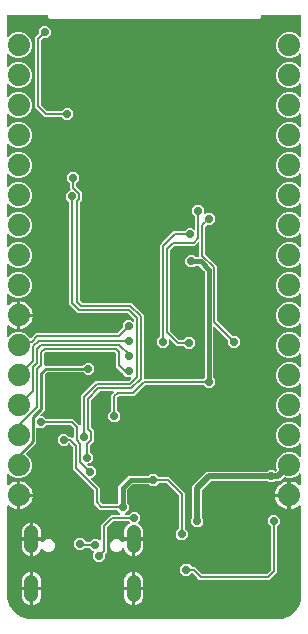
<source format=gbr>
G04 EAGLE Gerber RS-274X export*
G75*
%MOMM*%
%FSLAX34Y34*%
%LPD*%
%INBottom Copper*%
%IPPOS*%
%AMOC8*
5,1,8,0,0,1.08239X$1,22.5*%
G01*
%ADD10C,1.158000*%
%ADD11C,1.879600*%
%ADD12C,0.706400*%
%ADD13C,0.200000*%
%ADD14C,0.508000*%
%ADD15C,0.406400*%
%ADD16C,0.254000*%

G36*
X19686Y1363D02*
X19686Y1363D01*
X19782Y1379D01*
X19812Y1382D01*
X21858Y1382D01*
X21879Y1385D01*
X21926Y1385D01*
X22805Y1465D01*
X22813Y1462D01*
X22864Y1432D01*
X22927Y1419D01*
X22987Y1396D01*
X23081Y1387D01*
X23103Y1382D01*
X23114Y1384D01*
X23134Y1382D01*
X228797Y1382D01*
X228875Y1394D01*
X228953Y1398D01*
X228994Y1414D01*
X229038Y1421D01*
X229061Y1434D01*
X230043Y1383D01*
X230056Y1384D01*
X230081Y1382D01*
X230260Y1382D01*
X230271Y1384D01*
X230292Y1382D01*
X233406Y1517D01*
X233439Y1524D01*
X233472Y1523D01*
X233616Y1556D01*
X235352Y2148D01*
X237551Y2897D01*
X239673Y3620D01*
X239734Y3652D01*
X239798Y3676D01*
X239867Y3724D01*
X239888Y3735D01*
X239898Y3745D01*
X239919Y3760D01*
X244778Y7925D01*
X244823Y7978D01*
X244874Y8023D01*
X244920Y8094D01*
X244935Y8112D01*
X244940Y8125D01*
X244955Y8147D01*
X247921Y13818D01*
X247931Y13849D01*
X247949Y13877D01*
X247992Y14019D01*
X248604Y17090D01*
X248604Y17091D01*
X248618Y17237D01*
X248618Y96926D01*
X248606Y96998D01*
X248604Y97071D01*
X248587Y97118D01*
X248579Y97166D01*
X248544Y97231D01*
X248518Y97300D01*
X248487Y97338D01*
X248464Y97381D01*
X248410Y97432D01*
X248363Y97489D01*
X248321Y97515D01*
X248286Y97548D01*
X248219Y97579D01*
X248156Y97618D01*
X248108Y97629D01*
X248063Y97649D01*
X247990Y97656D01*
X247919Y97673D01*
X247870Y97668D01*
X247820Y97673D01*
X247749Y97657D01*
X247676Y97649D01*
X247631Y97629D01*
X247583Y97618D01*
X247520Y97579D01*
X247453Y97549D01*
X247397Y97502D01*
X247375Y97489D01*
X247365Y97476D01*
X247339Y97455D01*
X246778Y96894D01*
X245257Y95789D01*
X243583Y94936D01*
X241796Y94355D01*
X240499Y94150D01*
X240499Y105250D01*
X240495Y105274D01*
X240498Y105298D01*
X240475Y105394D01*
X240459Y105491D01*
X240448Y105512D01*
X240442Y105536D01*
X240391Y105619D01*
X240344Y105706D01*
X240327Y105723D01*
X240314Y105743D01*
X240238Y105806D01*
X240166Y105873D01*
X240144Y105883D01*
X240125Y105898D01*
X240034Y105933D01*
X239944Y105973D01*
X239920Y105976D01*
X239897Y105985D01*
X239750Y105999D01*
X238999Y105999D01*
X238999Y106001D01*
X239750Y106001D01*
X239774Y106005D01*
X239798Y106002D01*
X239894Y106025D01*
X239991Y106041D01*
X240012Y106052D01*
X240036Y106058D01*
X240120Y106109D01*
X240206Y106156D01*
X240223Y106173D01*
X240243Y106186D01*
X240306Y106262D01*
X240373Y106334D01*
X240383Y106356D01*
X240398Y106375D01*
X240433Y106467D01*
X240474Y106556D01*
X240476Y106580D01*
X240485Y106603D01*
X240499Y106750D01*
X240499Y117850D01*
X241796Y117645D01*
X243583Y117064D01*
X245257Y116211D01*
X246778Y115106D01*
X247339Y114545D01*
X247399Y114502D01*
X247453Y114452D01*
X247497Y114431D01*
X247538Y114403D01*
X247608Y114381D01*
X247675Y114351D01*
X247724Y114346D01*
X247771Y114332D01*
X247844Y114334D01*
X247918Y114327D01*
X247966Y114338D01*
X248015Y114340D01*
X248084Y114365D01*
X248155Y114382D01*
X248197Y114408D01*
X248243Y114425D01*
X248300Y114472D01*
X248363Y114511D01*
X248394Y114549D01*
X248432Y114580D01*
X248471Y114642D01*
X248518Y114699D01*
X248535Y114745D01*
X248561Y114787D01*
X248578Y114859D01*
X248604Y114928D01*
X248611Y115001D01*
X248617Y115025D01*
X248615Y115041D01*
X248618Y115074D01*
X248618Y123762D01*
X248606Y123835D01*
X248604Y123908D01*
X248587Y123954D01*
X248579Y124003D01*
X248544Y124068D01*
X248518Y124137D01*
X248487Y124175D01*
X248464Y124218D01*
X248410Y124269D01*
X248363Y124325D01*
X248321Y124351D01*
X248286Y124385D01*
X248219Y124416D01*
X248156Y124454D01*
X248108Y124466D01*
X248063Y124486D01*
X247990Y124493D01*
X247919Y124510D01*
X247870Y124505D01*
X247820Y124510D01*
X247749Y124493D01*
X247676Y124486D01*
X247631Y124466D01*
X247583Y124455D01*
X247520Y124416D01*
X247453Y124386D01*
X247397Y124339D01*
X247375Y124326D01*
X247365Y124313D01*
X247339Y124292D01*
X245187Y122140D01*
X241173Y120477D01*
X236827Y120477D01*
X235167Y121165D01*
X235048Y121193D01*
X234930Y121220D01*
X234798Y121207D01*
X234687Y121197D01*
X234687Y121196D01*
X234558Y121138D01*
X234465Y121096D01*
X234464Y121095D01*
X234351Y121002D01*
X231284Y117935D01*
X227397Y117935D01*
X227301Y117919D01*
X227204Y117910D01*
X227181Y117900D01*
X227156Y117896D01*
X227070Y117850D01*
X226981Y117809D01*
X226956Y117788D01*
X226941Y117781D01*
X226924Y117762D01*
X226867Y117716D01*
X226095Y116943D01*
X221905Y116943D01*
X221133Y117716D01*
X221053Y117773D01*
X220978Y117835D01*
X220955Y117843D01*
X220935Y117858D01*
X220841Y117886D01*
X220750Y117921D01*
X220717Y117924D01*
X220701Y117929D01*
X220676Y117928D01*
X220603Y117935D01*
X172994Y117935D01*
X172898Y117919D01*
X172801Y117910D01*
X172778Y117900D01*
X172753Y117896D01*
X172667Y117850D01*
X172578Y117809D01*
X172553Y117788D01*
X172538Y117781D01*
X172521Y117762D01*
X172464Y117716D01*
X165284Y110536D01*
X165227Y110456D01*
X165218Y110445D01*
X165191Y110416D01*
X165187Y110408D01*
X165165Y110381D01*
X165157Y110358D01*
X165142Y110337D01*
X165115Y110249D01*
X165090Y110194D01*
X165089Y110178D01*
X165079Y110153D01*
X165076Y110120D01*
X165071Y110104D01*
X165072Y110079D01*
X165065Y110006D01*
X165065Y87397D01*
X165081Y87301D01*
X165090Y87204D01*
X165100Y87181D01*
X165104Y87156D01*
X165150Y87070D01*
X165191Y86981D01*
X165212Y86956D01*
X165219Y86941D01*
X165238Y86924D01*
X165284Y86867D01*
X166057Y86095D01*
X166057Y81905D01*
X163095Y78943D01*
X158905Y78943D01*
X155943Y81905D01*
X155943Y86095D01*
X156716Y86867D01*
X156773Y86947D01*
X156835Y87022D01*
X156843Y87045D01*
X156858Y87065D01*
X156886Y87159D01*
X156921Y87250D01*
X156924Y87283D01*
X156929Y87299D01*
X156928Y87324D01*
X156935Y87397D01*
X156935Y113684D01*
X169316Y126065D01*
X220603Y126065D01*
X220699Y126081D01*
X220796Y126090D01*
X220819Y126100D01*
X220844Y126104D01*
X220930Y126150D01*
X221019Y126191D01*
X221044Y126212D01*
X221059Y126219D01*
X221076Y126238D01*
X221133Y126284D01*
X221905Y127057D01*
X226095Y127057D01*
X226867Y126284D01*
X226947Y126227D01*
X227022Y126165D01*
X227045Y126157D01*
X227065Y126142D01*
X227159Y126114D01*
X227250Y126079D01*
X227283Y126076D01*
X227299Y126071D01*
X227324Y126072D01*
X227397Y126065D01*
X227606Y126065D01*
X227702Y126081D01*
X227799Y126090D01*
X227822Y126100D01*
X227847Y126104D01*
X227933Y126151D01*
X228022Y126191D01*
X228047Y126212D01*
X228062Y126219D01*
X228079Y126238D01*
X228136Y126284D01*
X228602Y126751D01*
X228681Y126860D01*
X228744Y126949D01*
X228745Y126949D01*
X228777Y127057D01*
X228815Y127182D01*
X228815Y127183D01*
X228811Y127306D01*
X228808Y127426D01*
X228807Y127427D01*
X228765Y127567D01*
X228077Y129227D01*
X228077Y133573D01*
X229740Y137587D01*
X232813Y140660D01*
X236827Y142323D01*
X241173Y142323D01*
X245187Y140660D01*
X247339Y138508D01*
X247399Y138465D01*
X247453Y138415D01*
X247497Y138394D01*
X247538Y138366D01*
X247608Y138344D01*
X247675Y138314D01*
X247724Y138309D01*
X247771Y138295D01*
X247844Y138297D01*
X247918Y138290D01*
X247966Y138301D01*
X248015Y138303D01*
X248084Y138329D01*
X248155Y138345D01*
X248197Y138371D01*
X248243Y138389D01*
X248300Y138435D01*
X248363Y138474D01*
X248394Y138512D01*
X248432Y138543D01*
X248471Y138606D01*
X248518Y138662D01*
X248535Y138708D01*
X248561Y138750D01*
X248578Y138822D01*
X248604Y138891D01*
X248611Y138964D01*
X248617Y138988D01*
X248615Y139005D01*
X248618Y139038D01*
X248618Y149162D01*
X248606Y149235D01*
X248604Y149308D01*
X248587Y149354D01*
X248579Y149403D01*
X248544Y149468D01*
X248518Y149537D01*
X248487Y149575D01*
X248464Y149618D01*
X248410Y149669D01*
X248363Y149725D01*
X248321Y149751D01*
X248286Y149785D01*
X248219Y149816D01*
X248156Y149854D01*
X248108Y149866D01*
X248063Y149886D01*
X247990Y149893D01*
X247919Y149910D01*
X247870Y149905D01*
X247820Y149910D01*
X247749Y149893D01*
X247676Y149886D01*
X247631Y149866D01*
X247583Y149855D01*
X247520Y149816D01*
X247453Y149786D01*
X247397Y149739D01*
X247375Y149726D01*
X247365Y149713D01*
X247339Y149692D01*
X245187Y147540D01*
X241173Y145877D01*
X236827Y145877D01*
X232813Y147540D01*
X229740Y150613D01*
X228077Y154627D01*
X228077Y158973D01*
X229740Y162987D01*
X232813Y166060D01*
X236827Y167723D01*
X241173Y167723D01*
X245187Y166060D01*
X247339Y163908D01*
X247399Y163865D01*
X247453Y163815D01*
X247497Y163794D01*
X247538Y163766D01*
X247608Y163744D01*
X247675Y163714D01*
X247724Y163709D01*
X247771Y163695D01*
X247844Y163697D01*
X247918Y163690D01*
X247966Y163701D01*
X248015Y163703D01*
X248084Y163729D01*
X248155Y163745D01*
X248197Y163771D01*
X248243Y163789D01*
X248300Y163835D01*
X248363Y163874D01*
X248394Y163912D01*
X248432Y163943D01*
X248471Y164006D01*
X248518Y164062D01*
X248535Y164108D01*
X248561Y164150D01*
X248578Y164222D01*
X248604Y164291D01*
X248611Y164364D01*
X248617Y164388D01*
X248615Y164405D01*
X248618Y164438D01*
X248618Y174562D01*
X248606Y174635D01*
X248604Y174708D01*
X248587Y174754D01*
X248579Y174803D01*
X248544Y174868D01*
X248518Y174937D01*
X248487Y174975D01*
X248464Y175018D01*
X248410Y175069D01*
X248363Y175125D01*
X248321Y175151D01*
X248286Y175185D01*
X248219Y175216D01*
X248156Y175254D01*
X248108Y175266D01*
X248063Y175286D01*
X247990Y175293D01*
X247919Y175310D01*
X247870Y175305D01*
X247820Y175310D01*
X247749Y175293D01*
X247676Y175286D01*
X247631Y175266D01*
X247583Y175255D01*
X247520Y175216D01*
X247453Y175186D01*
X247397Y175139D01*
X247375Y175126D01*
X247365Y175113D01*
X247339Y175092D01*
X245187Y172940D01*
X241173Y171277D01*
X236827Y171277D01*
X232813Y172940D01*
X229740Y176013D01*
X228077Y180027D01*
X228077Y184373D01*
X229740Y188387D01*
X232813Y191460D01*
X236827Y193123D01*
X241173Y193123D01*
X245187Y191460D01*
X247339Y189308D01*
X247399Y189265D01*
X247453Y189215D01*
X247497Y189194D01*
X247538Y189166D01*
X247608Y189144D01*
X247675Y189114D01*
X247724Y189109D01*
X247771Y189095D01*
X247844Y189097D01*
X247918Y189090D01*
X247966Y189101D01*
X248015Y189103D01*
X248084Y189129D01*
X248155Y189145D01*
X248197Y189171D01*
X248243Y189189D01*
X248300Y189235D01*
X248363Y189274D01*
X248394Y189312D01*
X248432Y189343D01*
X248471Y189406D01*
X248518Y189462D01*
X248535Y189508D01*
X248561Y189550D01*
X248578Y189622D01*
X248604Y189691D01*
X248611Y189764D01*
X248617Y189788D01*
X248615Y189805D01*
X248618Y189838D01*
X248618Y199962D01*
X248606Y200035D01*
X248604Y200108D01*
X248587Y200154D01*
X248579Y200203D01*
X248544Y200268D01*
X248518Y200337D01*
X248487Y200375D01*
X248464Y200418D01*
X248410Y200469D01*
X248363Y200525D01*
X248321Y200551D01*
X248286Y200585D01*
X248219Y200616D01*
X248156Y200654D01*
X248108Y200666D01*
X248063Y200686D01*
X247990Y200693D01*
X247919Y200710D01*
X247870Y200705D01*
X247820Y200710D01*
X247749Y200693D01*
X247676Y200686D01*
X247631Y200666D01*
X247583Y200655D01*
X247520Y200616D01*
X247453Y200586D01*
X247397Y200539D01*
X247375Y200526D01*
X247365Y200513D01*
X247339Y200492D01*
X245187Y198340D01*
X241173Y196677D01*
X236827Y196677D01*
X232813Y198340D01*
X229740Y201413D01*
X228077Y205427D01*
X228077Y209773D01*
X229740Y213787D01*
X232813Y216860D01*
X236827Y218523D01*
X241173Y218523D01*
X245187Y216860D01*
X247339Y214708D01*
X247399Y214665D01*
X247453Y214615D01*
X247497Y214594D01*
X247538Y214566D01*
X247608Y214544D01*
X247675Y214514D01*
X247724Y214509D01*
X247771Y214495D01*
X247844Y214497D01*
X247918Y214490D01*
X247966Y214501D01*
X248015Y214503D01*
X248084Y214529D01*
X248155Y214545D01*
X248197Y214571D01*
X248243Y214589D01*
X248300Y214635D01*
X248363Y214674D01*
X248394Y214712D01*
X248432Y214743D01*
X248471Y214806D01*
X248518Y214862D01*
X248535Y214908D01*
X248561Y214950D01*
X248578Y215022D01*
X248604Y215091D01*
X248611Y215164D01*
X248617Y215188D01*
X248615Y215205D01*
X248618Y215238D01*
X248618Y225362D01*
X248606Y225435D01*
X248604Y225508D01*
X248587Y225554D01*
X248579Y225603D01*
X248544Y225668D01*
X248518Y225737D01*
X248487Y225775D01*
X248464Y225818D01*
X248410Y225869D01*
X248363Y225925D01*
X248321Y225951D01*
X248286Y225985D01*
X248219Y226016D01*
X248156Y226054D01*
X248108Y226066D01*
X248063Y226086D01*
X247990Y226093D01*
X247919Y226110D01*
X247870Y226105D01*
X247820Y226110D01*
X247749Y226093D01*
X247676Y226086D01*
X247631Y226066D01*
X247583Y226055D01*
X247520Y226016D01*
X247453Y225986D01*
X247397Y225939D01*
X247375Y225926D01*
X247365Y225913D01*
X247339Y225892D01*
X245187Y223740D01*
X241173Y222077D01*
X236827Y222077D01*
X232813Y223740D01*
X229740Y226813D01*
X228077Y230827D01*
X228077Y235173D01*
X229740Y239187D01*
X232813Y242260D01*
X236827Y243923D01*
X241173Y243923D01*
X245187Y242260D01*
X247339Y240108D01*
X247399Y240065D01*
X247453Y240015D01*
X247497Y239994D01*
X247538Y239966D01*
X247608Y239944D01*
X247675Y239914D01*
X247724Y239909D01*
X247771Y239895D01*
X247844Y239897D01*
X247918Y239890D01*
X247966Y239901D01*
X248015Y239903D01*
X248084Y239929D01*
X248155Y239945D01*
X248197Y239971D01*
X248243Y239989D01*
X248300Y240035D01*
X248363Y240074D01*
X248394Y240112D01*
X248432Y240143D01*
X248471Y240206D01*
X248518Y240262D01*
X248535Y240308D01*
X248561Y240350D01*
X248578Y240422D01*
X248604Y240491D01*
X248611Y240564D01*
X248617Y240588D01*
X248615Y240605D01*
X248618Y240638D01*
X248618Y250762D01*
X248606Y250835D01*
X248604Y250908D01*
X248587Y250954D01*
X248579Y251003D01*
X248544Y251068D01*
X248518Y251137D01*
X248487Y251175D01*
X248464Y251218D01*
X248410Y251269D01*
X248363Y251325D01*
X248321Y251351D01*
X248286Y251385D01*
X248219Y251416D01*
X248156Y251454D01*
X248108Y251466D01*
X248063Y251486D01*
X247990Y251493D01*
X247919Y251510D01*
X247870Y251505D01*
X247820Y251510D01*
X247749Y251493D01*
X247676Y251486D01*
X247631Y251466D01*
X247583Y251455D01*
X247520Y251416D01*
X247453Y251386D01*
X247397Y251339D01*
X247375Y251326D01*
X247365Y251313D01*
X247339Y251292D01*
X245187Y249140D01*
X241173Y247477D01*
X236827Y247477D01*
X232813Y249140D01*
X229740Y252213D01*
X228077Y256227D01*
X228077Y260573D01*
X229740Y264587D01*
X232813Y267660D01*
X236827Y269323D01*
X241173Y269323D01*
X245187Y267660D01*
X247339Y265508D01*
X247399Y265465D01*
X247453Y265415D01*
X247497Y265394D01*
X247538Y265366D01*
X247608Y265344D01*
X247675Y265314D01*
X247724Y265309D01*
X247771Y265295D01*
X247844Y265297D01*
X247918Y265290D01*
X247966Y265301D01*
X248015Y265303D01*
X248084Y265329D01*
X248155Y265345D01*
X248197Y265371D01*
X248243Y265389D01*
X248300Y265435D01*
X248363Y265474D01*
X248394Y265512D01*
X248432Y265543D01*
X248471Y265606D01*
X248518Y265662D01*
X248535Y265708D01*
X248561Y265750D01*
X248578Y265822D01*
X248604Y265891D01*
X248611Y265964D01*
X248617Y265988D01*
X248615Y266005D01*
X248618Y266038D01*
X248618Y276162D01*
X248606Y276235D01*
X248604Y276308D01*
X248587Y276354D01*
X248579Y276403D01*
X248544Y276468D01*
X248518Y276537D01*
X248487Y276575D01*
X248464Y276618D01*
X248410Y276669D01*
X248363Y276725D01*
X248321Y276751D01*
X248286Y276785D01*
X248219Y276816D01*
X248156Y276854D01*
X248108Y276866D01*
X248063Y276886D01*
X247990Y276893D01*
X247919Y276910D01*
X247870Y276905D01*
X247820Y276910D01*
X247749Y276893D01*
X247676Y276886D01*
X247631Y276866D01*
X247583Y276855D01*
X247520Y276816D01*
X247453Y276786D01*
X247397Y276739D01*
X247375Y276726D01*
X247365Y276713D01*
X247339Y276692D01*
X245187Y274540D01*
X241173Y272877D01*
X236827Y272877D01*
X232813Y274540D01*
X229740Y277613D01*
X228077Y281627D01*
X228077Y285973D01*
X229740Y289987D01*
X232813Y293060D01*
X236827Y294723D01*
X241173Y294723D01*
X245187Y293060D01*
X247339Y290908D01*
X247399Y290865D01*
X247453Y290815D01*
X247497Y290794D01*
X247538Y290766D01*
X247608Y290744D01*
X247675Y290714D01*
X247724Y290709D01*
X247771Y290695D01*
X247844Y290697D01*
X247918Y290690D01*
X247966Y290701D01*
X248015Y290703D01*
X248084Y290729D01*
X248155Y290745D01*
X248197Y290771D01*
X248243Y290789D01*
X248300Y290835D01*
X248363Y290874D01*
X248394Y290912D01*
X248432Y290943D01*
X248471Y291006D01*
X248518Y291062D01*
X248535Y291108D01*
X248561Y291150D01*
X248578Y291222D01*
X248604Y291291D01*
X248611Y291364D01*
X248617Y291388D01*
X248615Y291405D01*
X248618Y291438D01*
X248618Y301562D01*
X248606Y301635D01*
X248604Y301708D01*
X248587Y301754D01*
X248579Y301803D01*
X248544Y301868D01*
X248518Y301937D01*
X248487Y301975D01*
X248464Y302018D01*
X248410Y302069D01*
X248363Y302125D01*
X248321Y302151D01*
X248286Y302185D01*
X248219Y302216D01*
X248156Y302254D01*
X248108Y302266D01*
X248063Y302286D01*
X247990Y302293D01*
X247919Y302310D01*
X247870Y302305D01*
X247820Y302310D01*
X247749Y302293D01*
X247676Y302286D01*
X247631Y302266D01*
X247583Y302255D01*
X247520Y302216D01*
X247453Y302186D01*
X247397Y302139D01*
X247375Y302126D01*
X247365Y302113D01*
X247339Y302092D01*
X245187Y299940D01*
X241173Y298277D01*
X236827Y298277D01*
X232813Y299940D01*
X229740Y303013D01*
X228077Y307027D01*
X228077Y311373D01*
X229740Y315387D01*
X232813Y318460D01*
X236827Y320123D01*
X241173Y320123D01*
X245187Y318460D01*
X247339Y316308D01*
X247399Y316265D01*
X247453Y316215D01*
X247497Y316194D01*
X247538Y316166D01*
X247608Y316144D01*
X247675Y316114D01*
X247724Y316109D01*
X247771Y316095D01*
X247844Y316097D01*
X247918Y316090D01*
X247966Y316101D01*
X248015Y316103D01*
X248084Y316129D01*
X248155Y316145D01*
X248197Y316171D01*
X248243Y316189D01*
X248300Y316235D01*
X248363Y316274D01*
X248394Y316312D01*
X248432Y316343D01*
X248471Y316406D01*
X248518Y316462D01*
X248535Y316508D01*
X248561Y316550D01*
X248578Y316622D01*
X248604Y316691D01*
X248611Y316764D01*
X248617Y316788D01*
X248615Y316805D01*
X248618Y316838D01*
X248618Y326962D01*
X248606Y327035D01*
X248604Y327108D01*
X248587Y327154D01*
X248579Y327203D01*
X248544Y327268D01*
X248518Y327337D01*
X248487Y327375D01*
X248464Y327418D01*
X248410Y327469D01*
X248363Y327525D01*
X248321Y327551D01*
X248286Y327585D01*
X248219Y327616D01*
X248156Y327654D01*
X248108Y327666D01*
X248063Y327686D01*
X247990Y327693D01*
X247919Y327710D01*
X247870Y327705D01*
X247820Y327710D01*
X247749Y327693D01*
X247676Y327686D01*
X247631Y327666D01*
X247583Y327655D01*
X247520Y327616D01*
X247453Y327586D01*
X247397Y327539D01*
X247375Y327526D01*
X247365Y327513D01*
X247339Y327492D01*
X245187Y325340D01*
X241173Y323677D01*
X236827Y323677D01*
X232813Y325340D01*
X229740Y328413D01*
X228077Y332427D01*
X228077Y336773D01*
X229740Y340787D01*
X232813Y343860D01*
X236827Y345523D01*
X241173Y345523D01*
X245187Y343860D01*
X247339Y341708D01*
X247399Y341665D01*
X247453Y341615D01*
X247497Y341594D01*
X247538Y341566D01*
X247608Y341544D01*
X247675Y341514D01*
X247724Y341509D01*
X247771Y341495D01*
X247844Y341497D01*
X247918Y341490D01*
X247966Y341501D01*
X248015Y341503D01*
X248084Y341529D01*
X248155Y341545D01*
X248197Y341571D01*
X248243Y341589D01*
X248300Y341635D01*
X248363Y341674D01*
X248394Y341712D01*
X248432Y341743D01*
X248471Y341806D01*
X248518Y341862D01*
X248535Y341908D01*
X248561Y341950D01*
X248578Y342022D01*
X248604Y342091D01*
X248611Y342164D01*
X248617Y342188D01*
X248615Y342205D01*
X248618Y342238D01*
X248618Y352362D01*
X248606Y352435D01*
X248604Y352508D01*
X248587Y352554D01*
X248579Y352603D01*
X248544Y352668D01*
X248518Y352737D01*
X248487Y352775D01*
X248464Y352818D01*
X248410Y352869D01*
X248363Y352925D01*
X248321Y352951D01*
X248286Y352985D01*
X248219Y353016D01*
X248156Y353054D01*
X248108Y353066D01*
X248063Y353086D01*
X247990Y353093D01*
X247919Y353110D01*
X247870Y353105D01*
X247820Y353110D01*
X247749Y353093D01*
X247676Y353086D01*
X247631Y353066D01*
X247583Y353055D01*
X247520Y353016D01*
X247453Y352986D01*
X247397Y352939D01*
X247375Y352926D01*
X247365Y352913D01*
X247339Y352892D01*
X245187Y350740D01*
X241173Y349077D01*
X236827Y349077D01*
X232813Y350740D01*
X229740Y353813D01*
X228077Y357827D01*
X228077Y362173D01*
X229740Y366187D01*
X232813Y369260D01*
X236827Y370923D01*
X241173Y370923D01*
X245187Y369260D01*
X247339Y367108D01*
X247399Y367065D01*
X247453Y367015D01*
X247497Y366994D01*
X247538Y366966D01*
X247608Y366944D01*
X247675Y366914D01*
X247724Y366909D01*
X247771Y366895D01*
X247844Y366897D01*
X247918Y366890D01*
X247966Y366901D01*
X248015Y366903D01*
X248084Y366929D01*
X248155Y366945D01*
X248197Y366971D01*
X248243Y366989D01*
X248300Y367035D01*
X248363Y367074D01*
X248394Y367112D01*
X248432Y367143D01*
X248471Y367206D01*
X248518Y367262D01*
X248535Y367308D01*
X248561Y367350D01*
X248578Y367422D01*
X248604Y367491D01*
X248611Y367564D01*
X248617Y367588D01*
X248615Y367605D01*
X248618Y367638D01*
X248618Y377762D01*
X248606Y377835D01*
X248604Y377908D01*
X248587Y377954D01*
X248579Y378003D01*
X248544Y378068D01*
X248518Y378137D01*
X248487Y378175D01*
X248464Y378218D01*
X248410Y378269D01*
X248363Y378325D01*
X248321Y378351D01*
X248286Y378385D01*
X248219Y378416D01*
X248156Y378454D01*
X248108Y378466D01*
X248063Y378486D01*
X247990Y378493D01*
X247919Y378510D01*
X247870Y378505D01*
X247820Y378510D01*
X247749Y378493D01*
X247676Y378486D01*
X247631Y378466D01*
X247583Y378455D01*
X247520Y378416D01*
X247453Y378386D01*
X247397Y378339D01*
X247375Y378326D01*
X247365Y378313D01*
X247339Y378292D01*
X245187Y376140D01*
X241173Y374477D01*
X236827Y374477D01*
X232813Y376140D01*
X229740Y379213D01*
X228077Y383227D01*
X228077Y387573D01*
X229740Y391587D01*
X232813Y394660D01*
X236827Y396323D01*
X241173Y396323D01*
X245187Y394660D01*
X247339Y392508D01*
X247399Y392465D01*
X247453Y392415D01*
X247497Y392394D01*
X247538Y392366D01*
X247608Y392344D01*
X247675Y392314D01*
X247724Y392309D01*
X247771Y392295D01*
X247844Y392297D01*
X247918Y392290D01*
X247966Y392301D01*
X248015Y392303D01*
X248084Y392329D01*
X248155Y392345D01*
X248197Y392371D01*
X248243Y392389D01*
X248300Y392435D01*
X248363Y392474D01*
X248394Y392512D01*
X248432Y392543D01*
X248471Y392606D01*
X248518Y392662D01*
X248535Y392708D01*
X248561Y392750D01*
X248578Y392822D01*
X248604Y392891D01*
X248611Y392964D01*
X248617Y392988D01*
X248615Y393005D01*
X248618Y393038D01*
X248618Y403162D01*
X248606Y403235D01*
X248604Y403308D01*
X248587Y403354D01*
X248579Y403403D01*
X248544Y403468D01*
X248518Y403537D01*
X248487Y403575D01*
X248464Y403618D01*
X248410Y403669D01*
X248363Y403725D01*
X248321Y403751D01*
X248286Y403785D01*
X248219Y403816D01*
X248156Y403854D01*
X248108Y403866D01*
X248063Y403886D01*
X247990Y403893D01*
X247919Y403910D01*
X247870Y403905D01*
X247820Y403910D01*
X247749Y403893D01*
X247676Y403886D01*
X247631Y403866D01*
X247583Y403855D01*
X247520Y403816D01*
X247453Y403786D01*
X247397Y403739D01*
X247375Y403726D01*
X247365Y403713D01*
X247339Y403692D01*
X245187Y401540D01*
X241173Y399877D01*
X236827Y399877D01*
X232813Y401540D01*
X229740Y404613D01*
X228077Y408627D01*
X228077Y412973D01*
X229740Y416987D01*
X232813Y420060D01*
X236827Y421723D01*
X241173Y421723D01*
X245187Y420060D01*
X247339Y417908D01*
X247399Y417865D01*
X247453Y417815D01*
X247497Y417794D01*
X247538Y417766D01*
X247608Y417744D01*
X247675Y417714D01*
X247724Y417709D01*
X247771Y417695D01*
X247844Y417697D01*
X247918Y417690D01*
X247966Y417701D01*
X248015Y417703D01*
X248084Y417729D01*
X248155Y417745D01*
X248197Y417771D01*
X248243Y417789D01*
X248300Y417835D01*
X248363Y417874D01*
X248394Y417912D01*
X248432Y417943D01*
X248471Y418006D01*
X248518Y418062D01*
X248535Y418108D01*
X248561Y418150D01*
X248578Y418222D01*
X248604Y418291D01*
X248611Y418364D01*
X248617Y418388D01*
X248615Y418405D01*
X248618Y418438D01*
X248618Y428562D01*
X248606Y428635D01*
X248604Y428708D01*
X248587Y428754D01*
X248579Y428803D01*
X248544Y428868D01*
X248518Y428937D01*
X248487Y428975D01*
X248464Y429018D01*
X248410Y429069D01*
X248363Y429125D01*
X248321Y429151D01*
X248286Y429185D01*
X248219Y429216D01*
X248156Y429254D01*
X248108Y429266D01*
X248063Y429286D01*
X247990Y429293D01*
X247919Y429310D01*
X247870Y429305D01*
X247820Y429310D01*
X247749Y429293D01*
X247676Y429286D01*
X247631Y429266D01*
X247583Y429255D01*
X247520Y429216D01*
X247453Y429186D01*
X247397Y429139D01*
X247375Y429126D01*
X247365Y429113D01*
X247339Y429092D01*
X245187Y426940D01*
X241173Y425277D01*
X236827Y425277D01*
X232813Y426940D01*
X229740Y430013D01*
X228077Y434027D01*
X228077Y438373D01*
X229740Y442387D01*
X232813Y445460D01*
X236827Y447123D01*
X241173Y447123D01*
X245187Y445460D01*
X247339Y443308D01*
X247399Y443265D01*
X247453Y443215D01*
X247497Y443194D01*
X247538Y443166D01*
X247608Y443144D01*
X247675Y443114D01*
X247724Y443109D01*
X247771Y443095D01*
X247844Y443097D01*
X247918Y443090D01*
X247966Y443101D01*
X248015Y443103D01*
X248084Y443129D01*
X248155Y443145D01*
X248197Y443171D01*
X248243Y443189D01*
X248300Y443235D01*
X248363Y443274D01*
X248394Y443312D01*
X248432Y443343D01*
X248471Y443406D01*
X248518Y443462D01*
X248535Y443508D01*
X248561Y443550D01*
X248578Y443622D01*
X248604Y443691D01*
X248611Y443764D01*
X248617Y443788D01*
X248615Y443805D01*
X248618Y443838D01*
X248618Y453962D01*
X248606Y454035D01*
X248604Y454108D01*
X248587Y454154D01*
X248579Y454203D01*
X248544Y454268D01*
X248518Y454337D01*
X248487Y454375D01*
X248464Y454418D01*
X248410Y454469D01*
X248363Y454525D01*
X248321Y454551D01*
X248286Y454585D01*
X248219Y454616D01*
X248156Y454654D01*
X248108Y454666D01*
X248063Y454686D01*
X247990Y454693D01*
X247919Y454710D01*
X247870Y454705D01*
X247820Y454710D01*
X247749Y454693D01*
X247676Y454686D01*
X247631Y454666D01*
X247583Y454655D01*
X247520Y454616D01*
X247453Y454586D01*
X247397Y454539D01*
X247375Y454526D01*
X247365Y454513D01*
X247339Y454492D01*
X245187Y452340D01*
X241173Y450677D01*
X236827Y450677D01*
X232813Y452340D01*
X229740Y455413D01*
X228077Y459427D01*
X228077Y463773D01*
X229740Y467787D01*
X232813Y470860D01*
X236827Y472523D01*
X241173Y472523D01*
X245187Y470860D01*
X247339Y468708D01*
X247399Y468665D01*
X247453Y468615D01*
X247497Y468594D01*
X247538Y468566D01*
X247608Y468544D01*
X247675Y468514D01*
X247724Y468509D01*
X247771Y468495D01*
X247844Y468497D01*
X247918Y468490D01*
X247966Y468501D01*
X248015Y468503D01*
X248084Y468529D01*
X248155Y468545D01*
X248197Y468571D01*
X248243Y468589D01*
X248300Y468635D01*
X248363Y468674D01*
X248394Y468712D01*
X248432Y468743D01*
X248471Y468806D01*
X248518Y468862D01*
X248535Y468908D01*
X248561Y468950D01*
X248578Y469022D01*
X248604Y469091D01*
X248611Y469164D01*
X248617Y469188D01*
X248615Y469205D01*
X248618Y469238D01*
X248618Y479362D01*
X248606Y479435D01*
X248604Y479508D01*
X248587Y479554D01*
X248579Y479603D01*
X248544Y479668D01*
X248518Y479737D01*
X248487Y479775D01*
X248464Y479818D01*
X248410Y479869D01*
X248363Y479925D01*
X248321Y479951D01*
X248286Y479985D01*
X248219Y480016D01*
X248156Y480054D01*
X248108Y480066D01*
X248063Y480086D01*
X247990Y480093D01*
X247919Y480110D01*
X247870Y480105D01*
X247820Y480110D01*
X247749Y480093D01*
X247676Y480086D01*
X247631Y480066D01*
X247583Y480055D01*
X247520Y480016D01*
X247453Y479986D01*
X247397Y479939D01*
X247375Y479926D01*
X247365Y479913D01*
X247339Y479892D01*
X245187Y477740D01*
X241173Y476077D01*
X236827Y476077D01*
X232813Y477740D01*
X229740Y480813D01*
X228077Y484827D01*
X228077Y489173D01*
X229740Y493187D01*
X232813Y496260D01*
X236827Y497923D01*
X241173Y497923D01*
X245187Y496260D01*
X247339Y494108D01*
X247399Y494065D01*
X247453Y494015D01*
X247497Y493994D01*
X247538Y493966D01*
X247608Y493944D01*
X247675Y493914D01*
X247724Y493909D01*
X247771Y493895D01*
X247844Y493897D01*
X247918Y493890D01*
X247966Y493901D01*
X248015Y493903D01*
X248084Y493929D01*
X248155Y493945D01*
X248197Y493971D01*
X248243Y493989D01*
X248300Y494035D01*
X248363Y494074D01*
X248394Y494112D01*
X248432Y494143D01*
X248471Y494206D01*
X248518Y494262D01*
X248535Y494308D01*
X248561Y494350D01*
X248578Y494422D01*
X248604Y494491D01*
X248611Y494564D01*
X248617Y494588D01*
X248615Y494605D01*
X248618Y494638D01*
X248618Y512000D01*
X248614Y512024D01*
X248617Y512049D01*
X248595Y512144D01*
X248579Y512241D01*
X248567Y512262D01*
X248561Y512286D01*
X248510Y512370D01*
X248464Y512456D01*
X248446Y512473D01*
X248433Y512494D01*
X248357Y512556D01*
X248286Y512623D01*
X248263Y512633D01*
X248244Y512649D01*
X248153Y512683D01*
X248063Y512724D01*
X248039Y512726D01*
X248016Y512735D01*
X247869Y512749D01*
X216131Y512749D01*
X216107Y512745D01*
X216082Y512748D01*
X215987Y512726D01*
X215890Y512710D01*
X215869Y512698D01*
X215845Y512692D01*
X215761Y512641D01*
X215675Y512595D01*
X215658Y512577D01*
X215637Y512564D01*
X215575Y512488D01*
X215508Y512417D01*
X215498Y512394D01*
X215482Y512375D01*
X215448Y512284D01*
X215407Y512194D01*
X215405Y512170D01*
X215396Y512147D01*
X215382Y512000D01*
X215382Y511013D01*
X213987Y509618D01*
X36013Y509618D01*
X34618Y511013D01*
X34618Y512000D01*
X34614Y512024D01*
X34617Y512049D01*
X34595Y512144D01*
X34579Y512241D01*
X34567Y512262D01*
X34561Y512286D01*
X34510Y512370D01*
X34464Y512456D01*
X34446Y512473D01*
X34433Y512494D01*
X34357Y512556D01*
X34286Y512623D01*
X34263Y512633D01*
X34244Y512649D01*
X34153Y512683D01*
X34063Y512724D01*
X34039Y512726D01*
X34016Y512735D01*
X33869Y512749D01*
X1131Y512749D01*
X1107Y512745D01*
X1082Y512748D01*
X987Y512725D01*
X890Y512710D01*
X869Y512698D01*
X845Y512692D01*
X761Y512641D01*
X675Y512595D01*
X658Y512577D01*
X637Y512564D01*
X575Y512488D01*
X508Y512416D01*
X498Y512394D01*
X482Y512375D01*
X448Y512284D01*
X407Y512194D01*
X405Y512170D01*
X396Y512147D01*
X382Y512000D01*
X382Y494638D01*
X394Y494565D01*
X396Y494492D01*
X413Y494446D01*
X421Y494397D01*
X456Y494332D01*
X482Y494263D01*
X513Y494225D01*
X536Y494182D01*
X590Y494131D01*
X637Y494075D01*
X679Y494049D01*
X714Y494015D01*
X781Y493984D01*
X844Y493946D01*
X892Y493934D01*
X937Y493914D01*
X1010Y493907D01*
X1081Y493890D01*
X1130Y493895D01*
X1180Y493890D01*
X1251Y493907D01*
X1324Y493914D01*
X1369Y493934D01*
X1417Y493945D01*
X1480Y493984D01*
X1547Y494014D01*
X1603Y494061D01*
X1625Y494074D01*
X1635Y494087D01*
X1661Y494108D01*
X3813Y496260D01*
X7827Y497923D01*
X12173Y497923D01*
X16187Y496260D01*
X19260Y493187D01*
X20923Y489173D01*
X20923Y484827D01*
X19260Y480813D01*
X16187Y477740D01*
X12173Y476077D01*
X7827Y476077D01*
X3813Y477740D01*
X1661Y479892D01*
X1601Y479935D01*
X1547Y479985D01*
X1503Y480006D01*
X1462Y480034D01*
X1392Y480056D01*
X1325Y480086D01*
X1276Y480091D01*
X1229Y480105D01*
X1156Y480103D01*
X1082Y480110D01*
X1034Y480099D01*
X985Y480097D01*
X916Y480071D01*
X845Y480055D01*
X803Y480029D01*
X757Y480011D01*
X700Y479965D01*
X637Y479926D01*
X606Y479888D01*
X568Y479857D01*
X529Y479794D01*
X482Y479738D01*
X465Y479692D01*
X439Y479650D01*
X422Y479578D01*
X396Y479509D01*
X389Y479436D01*
X383Y479412D01*
X385Y479395D01*
X382Y479362D01*
X382Y469238D01*
X394Y469165D01*
X396Y469092D01*
X413Y469046D01*
X421Y468997D01*
X456Y468932D01*
X482Y468863D01*
X513Y468825D01*
X536Y468782D01*
X590Y468731D01*
X637Y468675D01*
X679Y468649D01*
X714Y468615D01*
X781Y468584D01*
X844Y468546D01*
X892Y468534D01*
X937Y468514D01*
X1010Y468507D01*
X1081Y468490D01*
X1130Y468495D01*
X1180Y468490D01*
X1251Y468507D01*
X1324Y468514D01*
X1369Y468534D01*
X1417Y468545D01*
X1480Y468584D01*
X1547Y468614D01*
X1603Y468661D01*
X1625Y468674D01*
X1635Y468687D01*
X1661Y468708D01*
X3813Y470860D01*
X7827Y472523D01*
X12173Y472523D01*
X16187Y470860D01*
X19260Y467787D01*
X20923Y463773D01*
X20923Y459427D01*
X19260Y455413D01*
X16187Y452340D01*
X12173Y450677D01*
X7827Y450677D01*
X3813Y452340D01*
X1661Y454492D01*
X1601Y454535D01*
X1547Y454585D01*
X1503Y454606D01*
X1462Y454634D01*
X1392Y454656D01*
X1325Y454686D01*
X1276Y454691D01*
X1229Y454705D01*
X1156Y454703D01*
X1082Y454710D01*
X1034Y454699D01*
X985Y454697D01*
X916Y454671D01*
X845Y454655D01*
X803Y454629D01*
X757Y454611D01*
X700Y454565D01*
X637Y454526D01*
X606Y454488D01*
X568Y454457D01*
X529Y454394D01*
X482Y454338D01*
X465Y454292D01*
X439Y454250D01*
X422Y454178D01*
X396Y454109D01*
X389Y454036D01*
X383Y454012D01*
X385Y453995D01*
X382Y453962D01*
X382Y443838D01*
X394Y443765D01*
X396Y443692D01*
X413Y443646D01*
X421Y443597D01*
X456Y443532D01*
X482Y443463D01*
X513Y443425D01*
X536Y443382D01*
X590Y443331D01*
X637Y443275D01*
X679Y443249D01*
X714Y443215D01*
X781Y443184D01*
X844Y443146D01*
X892Y443134D01*
X937Y443114D01*
X1010Y443107D01*
X1081Y443090D01*
X1130Y443095D01*
X1180Y443090D01*
X1251Y443107D01*
X1324Y443114D01*
X1369Y443134D01*
X1417Y443145D01*
X1480Y443184D01*
X1547Y443214D01*
X1603Y443261D01*
X1625Y443274D01*
X1635Y443287D01*
X1661Y443308D01*
X3813Y445460D01*
X7827Y447123D01*
X12173Y447123D01*
X16187Y445460D01*
X19260Y442387D01*
X20923Y438373D01*
X20923Y434027D01*
X19260Y430013D01*
X16187Y426940D01*
X12173Y425277D01*
X7827Y425277D01*
X3813Y426940D01*
X1661Y429092D01*
X1601Y429135D01*
X1547Y429185D01*
X1503Y429206D01*
X1462Y429234D01*
X1392Y429256D01*
X1325Y429286D01*
X1276Y429291D01*
X1229Y429305D01*
X1156Y429303D01*
X1082Y429310D01*
X1034Y429299D01*
X985Y429297D01*
X916Y429271D01*
X845Y429255D01*
X803Y429229D01*
X757Y429211D01*
X700Y429165D01*
X637Y429126D01*
X606Y429088D01*
X568Y429057D01*
X529Y428994D01*
X482Y428938D01*
X465Y428892D01*
X439Y428850D01*
X422Y428778D01*
X396Y428709D01*
X389Y428636D01*
X383Y428612D01*
X385Y428595D01*
X382Y428562D01*
X382Y418438D01*
X394Y418365D01*
X396Y418292D01*
X413Y418246D01*
X421Y418197D01*
X456Y418132D01*
X482Y418063D01*
X513Y418025D01*
X536Y417982D01*
X590Y417931D01*
X637Y417875D01*
X679Y417849D01*
X714Y417815D01*
X781Y417784D01*
X844Y417746D01*
X892Y417734D01*
X937Y417714D01*
X1010Y417707D01*
X1081Y417690D01*
X1130Y417695D01*
X1180Y417690D01*
X1251Y417707D01*
X1324Y417714D01*
X1369Y417734D01*
X1417Y417745D01*
X1480Y417784D01*
X1547Y417814D01*
X1603Y417861D01*
X1625Y417874D01*
X1635Y417887D01*
X1661Y417908D01*
X3813Y420060D01*
X7827Y421723D01*
X12173Y421723D01*
X16187Y420060D01*
X19260Y416987D01*
X20923Y412973D01*
X20923Y408627D01*
X19260Y404613D01*
X16187Y401540D01*
X12173Y399877D01*
X7827Y399877D01*
X3813Y401540D01*
X1661Y403692D01*
X1601Y403735D01*
X1547Y403785D01*
X1503Y403806D01*
X1462Y403834D01*
X1392Y403856D01*
X1325Y403886D01*
X1276Y403891D01*
X1229Y403905D01*
X1156Y403903D01*
X1082Y403910D01*
X1034Y403899D01*
X985Y403897D01*
X916Y403871D01*
X845Y403855D01*
X803Y403829D01*
X757Y403811D01*
X700Y403765D01*
X637Y403726D01*
X606Y403688D01*
X568Y403657D01*
X529Y403594D01*
X482Y403538D01*
X465Y403492D01*
X439Y403450D01*
X422Y403378D01*
X396Y403309D01*
X389Y403236D01*
X383Y403212D01*
X385Y403195D01*
X382Y403162D01*
X382Y393038D01*
X394Y392965D01*
X396Y392892D01*
X413Y392846D01*
X421Y392797D01*
X456Y392732D01*
X482Y392663D01*
X513Y392625D01*
X536Y392582D01*
X590Y392531D01*
X637Y392475D01*
X679Y392449D01*
X714Y392415D01*
X781Y392384D01*
X844Y392346D01*
X892Y392334D01*
X937Y392314D01*
X1010Y392307D01*
X1081Y392290D01*
X1130Y392295D01*
X1180Y392290D01*
X1251Y392307D01*
X1324Y392314D01*
X1369Y392334D01*
X1417Y392345D01*
X1480Y392384D01*
X1547Y392414D01*
X1603Y392461D01*
X1625Y392474D01*
X1635Y392487D01*
X1661Y392508D01*
X3813Y394660D01*
X7827Y396323D01*
X12173Y396323D01*
X16187Y394660D01*
X19260Y391587D01*
X20923Y387573D01*
X20923Y383227D01*
X19260Y379213D01*
X16187Y376140D01*
X12173Y374477D01*
X7827Y374477D01*
X3813Y376140D01*
X1661Y378292D01*
X1601Y378335D01*
X1547Y378385D01*
X1503Y378406D01*
X1462Y378434D01*
X1392Y378456D01*
X1325Y378486D01*
X1276Y378491D01*
X1229Y378505D01*
X1156Y378503D01*
X1082Y378510D01*
X1034Y378499D01*
X985Y378497D01*
X916Y378471D01*
X845Y378455D01*
X803Y378429D01*
X757Y378411D01*
X700Y378365D01*
X637Y378326D01*
X606Y378288D01*
X568Y378257D01*
X529Y378194D01*
X482Y378138D01*
X465Y378092D01*
X439Y378050D01*
X422Y377978D01*
X396Y377909D01*
X389Y377836D01*
X383Y377812D01*
X385Y377795D01*
X382Y377762D01*
X382Y367638D01*
X394Y367565D01*
X396Y367492D01*
X413Y367446D01*
X421Y367397D01*
X456Y367332D01*
X482Y367263D01*
X513Y367225D01*
X536Y367182D01*
X590Y367131D01*
X637Y367075D01*
X679Y367049D01*
X714Y367015D01*
X781Y366984D01*
X844Y366946D01*
X892Y366934D01*
X937Y366914D01*
X1010Y366907D01*
X1081Y366890D01*
X1130Y366895D01*
X1180Y366890D01*
X1251Y366907D01*
X1324Y366914D01*
X1369Y366934D01*
X1417Y366945D01*
X1480Y366984D01*
X1547Y367014D01*
X1603Y367061D01*
X1625Y367074D01*
X1635Y367087D01*
X1661Y367108D01*
X3813Y369260D01*
X7827Y370923D01*
X12173Y370923D01*
X16187Y369260D01*
X19260Y366187D01*
X20923Y362173D01*
X20923Y357827D01*
X19260Y353813D01*
X16187Y350740D01*
X12173Y349077D01*
X7827Y349077D01*
X3813Y350740D01*
X1661Y352892D01*
X1601Y352935D01*
X1547Y352985D01*
X1503Y353006D01*
X1462Y353034D01*
X1392Y353056D01*
X1325Y353086D01*
X1276Y353091D01*
X1229Y353105D01*
X1156Y353103D01*
X1082Y353110D01*
X1034Y353099D01*
X985Y353097D01*
X916Y353071D01*
X845Y353055D01*
X803Y353029D01*
X757Y353011D01*
X700Y352965D01*
X637Y352926D01*
X606Y352888D01*
X568Y352857D01*
X529Y352794D01*
X482Y352738D01*
X465Y352692D01*
X439Y352650D01*
X422Y352578D01*
X396Y352509D01*
X389Y352436D01*
X383Y352412D01*
X385Y352395D01*
X382Y352362D01*
X382Y342238D01*
X384Y342225D01*
X383Y342219D01*
X389Y342196D01*
X394Y342165D01*
X396Y342092D01*
X413Y342046D01*
X421Y341997D01*
X456Y341932D01*
X482Y341863D01*
X513Y341825D01*
X536Y341782D01*
X590Y341731D01*
X637Y341675D01*
X679Y341649D01*
X714Y341615D01*
X781Y341584D01*
X844Y341546D01*
X892Y341534D01*
X937Y341514D01*
X1010Y341507D01*
X1081Y341490D01*
X1130Y341495D01*
X1180Y341490D01*
X1251Y341507D01*
X1324Y341514D01*
X1369Y341534D01*
X1417Y341545D01*
X1480Y341584D01*
X1547Y341614D01*
X1603Y341661D01*
X1625Y341674D01*
X1635Y341687D01*
X1661Y341708D01*
X3813Y343860D01*
X7827Y345523D01*
X12173Y345523D01*
X16187Y343860D01*
X19260Y340787D01*
X20923Y336773D01*
X20923Y332427D01*
X19260Y328413D01*
X16187Y325340D01*
X12173Y323677D01*
X7827Y323677D01*
X3813Y325340D01*
X1661Y327492D01*
X1601Y327535D01*
X1547Y327585D01*
X1503Y327606D01*
X1462Y327634D01*
X1392Y327656D01*
X1325Y327686D01*
X1276Y327691D01*
X1229Y327705D01*
X1156Y327703D01*
X1082Y327710D01*
X1034Y327699D01*
X985Y327697D01*
X916Y327671D01*
X845Y327655D01*
X803Y327629D01*
X757Y327611D01*
X700Y327565D01*
X637Y327526D01*
X606Y327488D01*
X568Y327457D01*
X529Y327394D01*
X482Y327338D01*
X465Y327292D01*
X439Y327250D01*
X422Y327178D01*
X396Y327109D01*
X389Y327036D01*
X383Y327012D01*
X385Y326995D01*
X382Y326962D01*
X382Y316838D01*
X394Y316765D01*
X396Y316692D01*
X413Y316646D01*
X421Y316597D01*
X456Y316532D01*
X482Y316463D01*
X513Y316425D01*
X536Y316382D01*
X590Y316331D01*
X637Y316275D01*
X679Y316249D01*
X714Y316215D01*
X781Y316184D01*
X844Y316146D01*
X892Y316134D01*
X937Y316114D01*
X1010Y316107D01*
X1081Y316090D01*
X1130Y316095D01*
X1180Y316090D01*
X1251Y316107D01*
X1324Y316114D01*
X1369Y316134D01*
X1417Y316145D01*
X1480Y316184D01*
X1547Y316214D01*
X1603Y316261D01*
X1625Y316274D01*
X1635Y316287D01*
X1661Y316308D01*
X3813Y318460D01*
X7827Y320123D01*
X12173Y320123D01*
X16187Y318460D01*
X19260Y315387D01*
X20923Y311373D01*
X20923Y307027D01*
X19260Y303013D01*
X16187Y299940D01*
X12173Y298277D01*
X7827Y298277D01*
X3813Y299940D01*
X1661Y302092D01*
X1601Y302135D01*
X1547Y302185D01*
X1503Y302206D01*
X1462Y302234D01*
X1392Y302256D01*
X1325Y302286D01*
X1276Y302291D01*
X1229Y302305D01*
X1156Y302303D01*
X1082Y302310D01*
X1034Y302299D01*
X985Y302297D01*
X916Y302271D01*
X845Y302255D01*
X803Y302229D01*
X757Y302211D01*
X700Y302165D01*
X637Y302126D01*
X606Y302088D01*
X568Y302057D01*
X529Y301994D01*
X482Y301938D01*
X465Y301892D01*
X439Y301850D01*
X422Y301778D01*
X396Y301709D01*
X389Y301636D01*
X383Y301612D01*
X385Y301595D01*
X382Y301562D01*
X382Y291438D01*
X394Y291365D01*
X396Y291292D01*
X413Y291246D01*
X421Y291197D01*
X456Y291132D01*
X482Y291063D01*
X513Y291025D01*
X536Y290982D01*
X590Y290931D01*
X637Y290875D01*
X679Y290849D01*
X714Y290815D01*
X781Y290784D01*
X844Y290746D01*
X892Y290734D01*
X937Y290714D01*
X1010Y290707D01*
X1081Y290690D01*
X1130Y290695D01*
X1180Y290690D01*
X1251Y290707D01*
X1324Y290714D01*
X1369Y290734D01*
X1417Y290745D01*
X1480Y290784D01*
X1547Y290814D01*
X1603Y290861D01*
X1625Y290874D01*
X1635Y290887D01*
X1661Y290908D01*
X3813Y293060D01*
X7827Y294723D01*
X12173Y294723D01*
X16187Y293060D01*
X19260Y289987D01*
X20923Y285973D01*
X20923Y281627D01*
X19260Y277613D01*
X16187Y274540D01*
X12173Y272877D01*
X7827Y272877D01*
X3813Y274540D01*
X1661Y276692D01*
X1601Y276735D01*
X1547Y276785D01*
X1503Y276806D01*
X1462Y276834D01*
X1392Y276856D01*
X1325Y276886D01*
X1276Y276891D01*
X1229Y276905D01*
X1156Y276903D01*
X1082Y276910D01*
X1034Y276899D01*
X985Y276897D01*
X916Y276871D01*
X845Y276855D01*
X803Y276829D01*
X757Y276811D01*
X700Y276765D01*
X637Y276726D01*
X606Y276688D01*
X568Y276657D01*
X529Y276594D01*
X482Y276538D01*
X465Y276492D01*
X439Y276450D01*
X422Y276378D01*
X396Y276309D01*
X389Y276236D01*
X383Y276212D01*
X385Y276195D01*
X382Y276162D01*
X382Y267474D01*
X394Y267402D01*
X396Y267329D01*
X413Y267282D01*
X421Y267234D01*
X456Y267169D01*
X482Y267100D01*
X513Y267062D01*
X536Y267019D01*
X590Y266968D01*
X637Y266911D01*
X679Y266885D01*
X714Y266852D01*
X781Y266821D01*
X844Y266782D01*
X892Y266771D01*
X937Y266751D01*
X1010Y266744D01*
X1081Y266727D01*
X1130Y266732D01*
X1180Y266727D01*
X1251Y266743D01*
X1324Y266751D01*
X1369Y266771D01*
X1417Y266782D01*
X1480Y266821D01*
X1547Y266851D01*
X1603Y266898D01*
X1625Y266911D01*
X1635Y266924D01*
X1661Y266945D01*
X2222Y267506D01*
X3743Y268611D01*
X5417Y269464D01*
X7204Y270045D01*
X8501Y270250D01*
X8501Y259150D01*
X8505Y259126D01*
X8502Y259102D01*
X8525Y259006D01*
X8540Y258909D01*
X8552Y258888D01*
X8558Y258864D01*
X8609Y258781D01*
X8655Y258694D01*
X8673Y258677D01*
X8686Y258657D01*
X8762Y258594D01*
X8834Y258527D01*
X8856Y258517D01*
X8875Y258502D01*
X8966Y258467D01*
X9056Y258427D01*
X9080Y258424D01*
X9103Y258415D01*
X9250Y258401D01*
X10001Y258401D01*
X10001Y258399D01*
X9250Y258399D01*
X9226Y258395D01*
X9201Y258398D01*
X9106Y258375D01*
X9009Y258359D01*
X8988Y258348D01*
X8964Y258342D01*
X8880Y258291D01*
X8794Y258244D01*
X8777Y258227D01*
X8756Y258214D01*
X8694Y258138D01*
X8627Y258066D01*
X8617Y258044D01*
X8602Y258025D01*
X8567Y257933D01*
X8526Y257844D01*
X8524Y257820D01*
X8515Y257797D01*
X8501Y257650D01*
X8501Y246550D01*
X7204Y246755D01*
X5417Y247336D01*
X3743Y248189D01*
X2222Y249294D01*
X1661Y249855D01*
X1601Y249898D01*
X1547Y249948D01*
X1503Y249969D01*
X1462Y249997D01*
X1392Y250019D01*
X1325Y250049D01*
X1276Y250054D01*
X1229Y250068D01*
X1156Y250066D01*
X1082Y250073D01*
X1034Y250062D01*
X985Y250060D01*
X916Y250035D01*
X845Y250018D01*
X803Y249992D01*
X757Y249975D01*
X700Y249928D01*
X637Y249889D01*
X606Y249851D01*
X568Y249820D01*
X529Y249758D01*
X482Y249701D01*
X465Y249655D01*
X439Y249613D01*
X422Y249541D01*
X396Y249472D01*
X389Y249399D01*
X383Y249375D01*
X385Y249359D01*
X382Y249326D01*
X382Y240638D01*
X394Y240565D01*
X396Y240492D01*
X413Y240446D01*
X421Y240397D01*
X456Y240332D01*
X482Y240263D01*
X513Y240225D01*
X536Y240182D01*
X590Y240131D01*
X637Y240075D01*
X679Y240049D01*
X714Y240015D01*
X781Y239984D01*
X844Y239946D01*
X892Y239934D01*
X937Y239914D01*
X1010Y239907D01*
X1081Y239890D01*
X1130Y239895D01*
X1180Y239890D01*
X1251Y239907D01*
X1324Y239914D01*
X1369Y239934D01*
X1417Y239945D01*
X1480Y239984D01*
X1547Y240014D01*
X1603Y240061D01*
X1625Y240074D01*
X1635Y240087D01*
X1661Y240108D01*
X3813Y242260D01*
X7827Y243923D01*
X12173Y243923D01*
X16187Y242260D01*
X19325Y239122D01*
X19338Y239101D01*
X19376Y239070D01*
X19408Y239031D01*
X19470Y238992D01*
X19527Y238946D01*
X19573Y238928D01*
X19615Y238902D01*
X19686Y238885D01*
X19755Y238860D01*
X19804Y238858D01*
X19853Y238847D01*
X19925Y238854D01*
X19999Y238851D01*
X20046Y238865D01*
X20095Y238870D01*
X20162Y238900D01*
X20232Y238921D01*
X20273Y238950D01*
X20318Y238971D01*
X20429Y239062D01*
X20431Y239063D01*
X20431Y239064D01*
X20432Y239064D01*
X24416Y243049D01*
X93168Y243049D01*
X93264Y243065D01*
X93361Y243074D01*
X93384Y243084D01*
X93409Y243088D01*
X93495Y243134D01*
X93583Y243175D01*
X93609Y243196D01*
X93624Y243203D01*
X93641Y243222D01*
X93698Y243268D01*
X97724Y247294D01*
X97781Y247374D01*
X97843Y247449D01*
X97851Y247472D01*
X97866Y247493D01*
X97894Y247586D01*
X97929Y247677D01*
X97932Y247710D01*
X97937Y247726D01*
X97936Y247751D01*
X97943Y247824D01*
X97943Y251095D01*
X100905Y254057D01*
X105095Y254057D01*
X106196Y252955D01*
X106256Y252912D01*
X106310Y252862D01*
X106354Y252842D01*
X106395Y252813D01*
X106465Y252792D01*
X106532Y252761D01*
X106581Y252756D01*
X106628Y252742D01*
X106701Y252744D01*
X106775Y252737D01*
X106823Y252748D01*
X106872Y252750D01*
X106941Y252776D01*
X107012Y252792D01*
X107054Y252818D01*
X107100Y252836D01*
X107157Y252882D01*
X107220Y252921D01*
X107251Y252959D01*
X107289Y252990D01*
X107328Y253053D01*
X107375Y253110D01*
X107392Y253156D01*
X107418Y253198D01*
X107435Y253269D01*
X107461Y253338D01*
X107468Y253411D01*
X107474Y253435D01*
X107472Y253452D01*
X107475Y253485D01*
X107475Y254644D01*
X107474Y254653D01*
X107474Y254654D01*
X107473Y254655D01*
X107459Y254740D01*
X107450Y254837D01*
X107440Y254860D01*
X107436Y254885D01*
X107390Y254971D01*
X107349Y255059D01*
X107328Y255085D01*
X107321Y255100D01*
X107302Y255117D01*
X107256Y255174D01*
X102174Y260256D01*
X102094Y260313D01*
X102019Y260375D01*
X101996Y260383D01*
X101975Y260398D01*
X101882Y260426D01*
X101791Y260461D01*
X101758Y260464D01*
X101742Y260469D01*
X101717Y260468D01*
X101644Y260475D01*
X59954Y260475D01*
X52475Y267954D01*
X52475Y354063D01*
X52459Y354159D01*
X52450Y354256D01*
X52440Y354279D01*
X52436Y354304D01*
X52390Y354390D01*
X52349Y354479D01*
X52328Y354504D01*
X52321Y354519D01*
X52302Y354536D01*
X52256Y354593D01*
X49943Y356905D01*
X49943Y361095D01*
X52905Y364057D01*
X53128Y364057D01*
X53201Y364069D01*
X53274Y364071D01*
X53320Y364088D01*
X53369Y364096D01*
X53434Y364131D01*
X53503Y364157D01*
X53541Y364188D01*
X53584Y364211D01*
X53635Y364265D01*
X53691Y364312D01*
X53718Y364354D01*
X53751Y364389D01*
X53782Y364456D01*
X53820Y364519D01*
X53832Y364567D01*
X53852Y364612D01*
X53859Y364685D01*
X53876Y364756D01*
X53871Y364805D01*
X53876Y364855D01*
X53859Y364926D01*
X53852Y364999D01*
X53832Y365044D01*
X53821Y365092D01*
X53782Y365155D01*
X53752Y365222D01*
X53705Y365278D01*
X53692Y365300D01*
X53679Y365310D01*
X53658Y365336D01*
X53475Y365519D01*
X53475Y370063D01*
X53459Y370159D01*
X53450Y370256D01*
X53440Y370279D01*
X53436Y370304D01*
X53390Y370390D01*
X53349Y370479D01*
X53328Y370504D01*
X53321Y370519D01*
X53302Y370536D01*
X53256Y370593D01*
X50943Y372905D01*
X50943Y377095D01*
X53905Y380057D01*
X58095Y380057D01*
X61057Y377095D01*
X61057Y372905D01*
X58744Y370593D01*
X58687Y370513D01*
X58625Y370438D01*
X58617Y370415D01*
X58602Y370395D01*
X58574Y370301D01*
X58539Y370210D01*
X58536Y370177D01*
X58531Y370161D01*
X58532Y370136D01*
X58525Y370063D01*
X58525Y367921D01*
X58541Y367824D01*
X58550Y367727D01*
X58560Y367705D01*
X58564Y367680D01*
X58610Y367594D01*
X58651Y367505D01*
X58672Y367479D01*
X58679Y367465D01*
X58698Y367448D01*
X58744Y367391D01*
X63581Y362554D01*
X63581Y355446D01*
X62236Y354101D01*
X62179Y354022D01*
X62117Y353946D01*
X62109Y353923D01*
X62094Y353903D01*
X62066Y353809D01*
X62031Y353718D01*
X62028Y353685D01*
X62023Y353669D01*
X62024Y353644D01*
X62017Y353571D01*
X62017Y270848D01*
X62033Y270752D01*
X62042Y270655D01*
X62052Y270632D01*
X62056Y270607D01*
X62102Y270521D01*
X62142Y270432D01*
X62163Y270407D01*
X62171Y270392D01*
X62190Y270375D01*
X62236Y270318D01*
X63286Y269268D01*
X63365Y269211D01*
X63441Y269149D01*
X63464Y269141D01*
X63484Y269126D01*
X63578Y269098D01*
X63669Y269063D01*
X63702Y269060D01*
X63718Y269055D01*
X63743Y269056D01*
X63816Y269049D01*
X105506Y269049D01*
X116049Y258506D01*
X116049Y205274D01*
X116053Y205250D01*
X116050Y205225D01*
X116072Y205130D01*
X116088Y205033D01*
X116100Y205012D01*
X116106Y204988D01*
X116157Y204904D01*
X116203Y204818D01*
X116221Y204801D01*
X116234Y204780D01*
X116310Y204718D01*
X116381Y204651D01*
X116404Y204641D01*
X116423Y204625D01*
X116514Y204591D01*
X116604Y204550D01*
X116628Y204548D01*
X116651Y204539D01*
X116798Y204525D01*
X166063Y204525D01*
X166159Y204541D01*
X166256Y204550D01*
X166279Y204560D01*
X166304Y204564D01*
X166390Y204611D01*
X166479Y204651D01*
X166504Y204672D01*
X166519Y204679D01*
X166536Y204698D01*
X166593Y204744D01*
X167224Y205375D01*
X167267Y205435D01*
X167316Y205487D01*
X167326Y205509D01*
X167343Y205530D01*
X167351Y205553D01*
X167366Y205573D01*
X167388Y205647D01*
X167417Y205710D01*
X167419Y205732D01*
X167429Y205758D01*
X167432Y205791D01*
X167437Y205807D01*
X167436Y205832D01*
X167443Y205905D01*
X167443Y295216D01*
X167427Y295313D01*
X167418Y295410D01*
X167408Y295432D01*
X167404Y295457D01*
X167358Y295543D01*
X167317Y295632D01*
X167296Y295658D01*
X167289Y295672D01*
X167270Y295689D01*
X167224Y295746D01*
X162746Y300224D01*
X162667Y300281D01*
X162592Y300343D01*
X162568Y300351D01*
X162548Y300366D01*
X162455Y300394D01*
X162363Y300429D01*
X162330Y300432D01*
X162314Y300437D01*
X162289Y300436D01*
X162216Y300443D01*
X159905Y300443D01*
X159809Y300427D01*
X159712Y300418D01*
X159689Y300408D01*
X159664Y300404D01*
X159578Y300358D01*
X159489Y300317D01*
X159464Y300296D01*
X159449Y300289D01*
X159432Y300270D01*
X159375Y300224D01*
X158095Y298943D01*
X153905Y298943D01*
X150943Y301905D01*
X150943Y306095D01*
X153905Y309057D01*
X158095Y309057D01*
X159375Y307776D01*
X159455Y307719D01*
X159530Y307657D01*
X159553Y307649D01*
X159573Y307634D01*
X159667Y307606D01*
X159758Y307571D01*
X159791Y307568D01*
X159807Y307563D01*
X159832Y307564D01*
X159905Y307557D01*
X162250Y307557D01*
X162274Y307561D01*
X162299Y307558D01*
X162394Y307580D01*
X162491Y307596D01*
X162512Y307608D01*
X162536Y307614D01*
X162620Y307665D01*
X162706Y307711D01*
X162723Y307729D01*
X162744Y307742D01*
X162806Y307818D01*
X162873Y307889D01*
X162883Y307912D01*
X162899Y307931D01*
X162933Y308022D01*
X162974Y308112D01*
X162976Y308136D01*
X162985Y308159D01*
X162999Y308306D01*
X162999Y319620D01*
X162987Y319692D01*
X162985Y319766D01*
X162968Y319812D01*
X162960Y319861D01*
X162925Y319925D01*
X162899Y319994D01*
X162868Y320032D01*
X162845Y320076D01*
X162791Y320126D01*
X162744Y320183D01*
X162703Y320209D01*
X162667Y320243D01*
X162600Y320273D01*
X162537Y320312D01*
X162489Y320323D01*
X162444Y320344D01*
X162371Y320351D01*
X162300Y320368D01*
X162251Y320363D01*
X162201Y320368D01*
X162130Y320351D01*
X162057Y320344D01*
X162012Y320324D01*
X161964Y320312D01*
X161901Y320274D01*
X161834Y320243D01*
X161778Y320197D01*
X161756Y320184D01*
X161746Y320171D01*
X161720Y320150D01*
X159046Y317475D01*
X142356Y317475D01*
X142260Y317459D01*
X142163Y317450D01*
X142140Y317440D01*
X142115Y317436D01*
X142029Y317390D01*
X141941Y317349D01*
X141915Y317328D01*
X141900Y317321D01*
X141883Y317302D01*
X141826Y317256D01*
X138268Y313698D01*
X138211Y313618D01*
X138149Y313543D01*
X138141Y313520D01*
X138126Y313499D01*
X138098Y313406D01*
X138063Y313315D01*
X138060Y313282D01*
X138055Y313266D01*
X138056Y313241D01*
X138049Y313168D01*
X138049Y245832D01*
X138065Y245736D01*
X138074Y245639D01*
X138084Y245616D01*
X138088Y245591D01*
X138134Y245505D01*
X138175Y245417D01*
X138196Y245391D01*
X138203Y245376D01*
X138222Y245359D01*
X138268Y245302D01*
X145826Y237744D01*
X145906Y237687D01*
X145981Y237625D01*
X146004Y237617D01*
X146025Y237602D01*
X146118Y237574D01*
X146209Y237539D01*
X146242Y237536D01*
X146258Y237531D01*
X146283Y237532D01*
X146356Y237525D01*
X149063Y237525D01*
X149159Y237541D01*
X149256Y237550D01*
X149279Y237560D01*
X149304Y237564D01*
X149390Y237610D01*
X149479Y237651D01*
X149504Y237672D01*
X149519Y237679D01*
X149536Y237698D01*
X149593Y237744D01*
X151905Y240057D01*
X156095Y240057D01*
X159057Y237095D01*
X159057Y232905D01*
X156095Y229943D01*
X151905Y229943D01*
X149593Y232256D01*
X149513Y232313D01*
X149438Y232375D01*
X149415Y232383D01*
X149395Y232398D01*
X149301Y232426D01*
X149210Y232461D01*
X149177Y232464D01*
X149161Y232469D01*
X149136Y232468D01*
X149063Y232475D01*
X143954Y232475D01*
X138336Y238094D01*
X138276Y238137D01*
X138222Y238187D01*
X138178Y238207D01*
X138137Y238236D01*
X138067Y238257D01*
X138000Y238288D01*
X137951Y238292D01*
X137904Y238307D01*
X137831Y238304D01*
X137757Y238312D01*
X137709Y238300D01*
X137660Y238299D01*
X137591Y238273D01*
X137520Y238256D01*
X137478Y238230D01*
X137432Y238213D01*
X137375Y238166D01*
X137312Y238128D01*
X137281Y238090D01*
X137243Y238058D01*
X137204Y237996D01*
X137157Y237939D01*
X137140Y237893D01*
X137114Y237851D01*
X137097Y237780D01*
X137071Y237711D01*
X137064Y237638D01*
X137058Y237614D01*
X137060Y237597D01*
X137057Y237564D01*
X137057Y233905D01*
X134095Y230943D01*
X129905Y230943D01*
X126943Y233905D01*
X126943Y238095D01*
X129256Y240407D01*
X129313Y240486D01*
X129375Y240562D01*
X129383Y240585D01*
X129398Y240605D01*
X129426Y240699D01*
X129461Y240790D01*
X129464Y240823D01*
X129469Y240839D01*
X129468Y240864D01*
X129475Y240937D01*
X129475Y318046D01*
X131174Y319744D01*
X139256Y327826D01*
X140954Y329525D01*
X150063Y329525D01*
X150159Y329541D01*
X150256Y329550D01*
X150279Y329560D01*
X150304Y329564D01*
X150390Y329610D01*
X150479Y329651D01*
X150504Y329672D01*
X150519Y329679D01*
X150524Y329685D01*
X150525Y329685D01*
X150538Y329699D01*
X150593Y329744D01*
X152905Y332057D01*
X157095Y332057D01*
X158196Y330955D01*
X158256Y330912D01*
X158310Y330862D01*
X158354Y330842D01*
X158395Y330813D01*
X158465Y330792D01*
X158532Y330761D01*
X158581Y330756D01*
X158628Y330742D01*
X158701Y330744D01*
X158775Y330737D01*
X158823Y330748D01*
X158872Y330750D01*
X158941Y330776D01*
X159012Y330792D01*
X159054Y330818D01*
X159100Y330836D01*
X159157Y330882D01*
X159220Y330921D01*
X159251Y330959D01*
X159289Y330990D01*
X159328Y331053D01*
X159375Y331110D01*
X159392Y331156D01*
X159418Y331198D01*
X159435Y331269D01*
X159461Y331338D01*
X159468Y331411D01*
X159474Y331435D01*
X159472Y331452D01*
X159475Y331485D01*
X159475Y342063D01*
X159459Y342159D01*
X159450Y342256D01*
X159440Y342279D01*
X159436Y342304D01*
X159390Y342390D01*
X159349Y342479D01*
X159328Y342504D01*
X159321Y342519D01*
X159302Y342536D01*
X159256Y342593D01*
X156943Y344905D01*
X156943Y349095D01*
X159905Y352057D01*
X164095Y352057D01*
X167057Y349095D01*
X167057Y345017D01*
X167069Y344944D01*
X167071Y344871D01*
X167088Y344825D01*
X167096Y344776D01*
X167131Y344711D01*
X167157Y344643D01*
X167188Y344604D01*
X167211Y344561D01*
X167265Y344511D01*
X167312Y344454D01*
X167354Y344428D01*
X167389Y344394D01*
X167456Y344364D01*
X167519Y344325D01*
X167567Y344314D01*
X167612Y344293D01*
X167685Y344286D01*
X167756Y344269D01*
X167805Y344274D01*
X167855Y344269D01*
X167926Y344286D01*
X167999Y344293D01*
X168044Y344313D01*
X168092Y344324D01*
X168155Y344363D01*
X168222Y344393D01*
X168278Y344440D01*
X168300Y344453D01*
X168310Y344466D01*
X168336Y344487D01*
X168905Y345057D01*
X173095Y345057D01*
X176057Y342095D01*
X176057Y337905D01*
X173095Y334943D01*
X169824Y334943D01*
X169728Y334927D01*
X169631Y334918D01*
X169608Y334908D01*
X169583Y334904D01*
X169497Y334858D01*
X169409Y334817D01*
X169383Y334796D01*
X169368Y334789D01*
X169351Y334770D01*
X169294Y334724D01*
X168268Y333698D01*
X168211Y333618D01*
X168149Y333543D01*
X168141Y333520D01*
X168126Y333499D01*
X168098Y333406D01*
X168063Y333315D01*
X168060Y333282D01*
X168055Y333266D01*
X168056Y333241D01*
X168049Y333168D01*
X168049Y310275D01*
X168065Y310179D01*
X168074Y310082D01*
X168084Y310059D01*
X168088Y310035D01*
X168134Y309948D01*
X168175Y309860D01*
X168196Y309834D01*
X168203Y309819D01*
X168222Y309802D01*
X168268Y309746D01*
X178081Y299933D01*
X178081Y253800D01*
X178097Y253704D01*
X178106Y253607D01*
X178116Y253584D01*
X178120Y253559D01*
X178166Y253473D01*
X178207Y253385D01*
X178228Y253359D01*
X178235Y253344D01*
X178254Y253327D01*
X178300Y253270D01*
X190294Y241276D01*
X190374Y241219D01*
X190449Y241157D01*
X190472Y241149D01*
X190493Y241134D01*
X190586Y241106D01*
X190677Y241071D01*
X190710Y241068D01*
X190726Y241063D01*
X190751Y241064D01*
X190824Y241057D01*
X194095Y241057D01*
X197057Y238095D01*
X197057Y233905D01*
X194095Y230943D01*
X189905Y230943D01*
X186943Y233905D01*
X186943Y237176D01*
X186927Y237272D01*
X186918Y237369D01*
X186908Y237392D01*
X186904Y237417D01*
X186858Y237503D01*
X186817Y237591D01*
X186796Y237617D01*
X186789Y237632D01*
X186770Y237649D01*
X186724Y237706D01*
X175836Y248594D01*
X175776Y248637D01*
X175722Y248687D01*
X175678Y248707D01*
X175637Y248736D01*
X175567Y248757D01*
X175500Y248788D01*
X175451Y248792D01*
X175404Y248807D01*
X175331Y248804D01*
X175257Y248812D01*
X175209Y248800D01*
X175160Y248799D01*
X175091Y248773D01*
X175020Y248756D01*
X174978Y248730D01*
X174932Y248713D01*
X174875Y248666D01*
X174812Y248628D01*
X174781Y248590D01*
X174743Y248558D01*
X174704Y248496D01*
X174657Y248439D01*
X174640Y248393D01*
X174614Y248351D01*
X174597Y248280D01*
X174571Y248211D01*
X174564Y248138D01*
X174558Y248114D01*
X174560Y248097D01*
X174557Y248064D01*
X174557Y205905D01*
X174561Y205877D01*
X174559Y205855D01*
X174574Y205790D01*
X174582Y205712D01*
X174592Y205689D01*
X174596Y205664D01*
X174609Y205640D01*
X174614Y205618D01*
X174651Y205558D01*
X174683Y205489D01*
X174704Y205464D01*
X174711Y205449D01*
X174730Y205432D01*
X174731Y205431D01*
X174743Y205410D01*
X174756Y205400D01*
X174776Y205375D01*
X176057Y204095D01*
X176057Y199905D01*
X173095Y196943D01*
X168905Y196943D01*
X166593Y199256D01*
X166513Y199313D01*
X166438Y199375D01*
X166415Y199383D01*
X166395Y199398D01*
X166301Y199426D01*
X166210Y199461D01*
X166177Y199464D01*
X166161Y199469D01*
X166136Y199468D01*
X166063Y199475D01*
X117324Y199475D01*
X117227Y199459D01*
X117130Y199450D01*
X117108Y199440D01*
X117083Y199436D01*
X116997Y199390D01*
X116908Y199349D01*
X116882Y199328D01*
X116868Y199321D01*
X116851Y199302D01*
X116794Y199256D01*
X107965Y190427D01*
X95356Y190427D01*
X95260Y190411D01*
X95163Y190402D01*
X95140Y190392D01*
X95115Y190388D01*
X95029Y190342D01*
X94941Y190301D01*
X94915Y190280D01*
X94900Y190273D01*
X94883Y190254D01*
X94826Y190208D01*
X93744Y189126D01*
X93687Y189046D01*
X93625Y188971D01*
X93617Y188948D01*
X93602Y188927D01*
X93574Y188834D01*
X93539Y188743D01*
X93536Y188710D01*
X93531Y188694D01*
X93532Y188669D01*
X93525Y188596D01*
X93525Y177937D01*
X93541Y177841D01*
X93550Y177744D01*
X93560Y177721D01*
X93564Y177696D01*
X93610Y177610D01*
X93651Y177521D01*
X93672Y177496D01*
X93679Y177481D01*
X93698Y177464D01*
X93744Y177407D01*
X96057Y175095D01*
X96057Y170905D01*
X93095Y167943D01*
X88905Y167943D01*
X85943Y170905D01*
X85943Y175095D01*
X88256Y177407D01*
X88313Y177487D01*
X88375Y177562D01*
X88383Y177585D01*
X88398Y177605D01*
X88426Y177699D01*
X88461Y177790D01*
X88464Y177823D01*
X88469Y177839D01*
X88468Y177864D01*
X88475Y177937D01*
X88475Y190998D01*
X90150Y192672D01*
X90192Y192732D01*
X90243Y192786D01*
X90263Y192830D01*
X90292Y192871D01*
X90313Y192941D01*
X90344Y193008D01*
X90348Y193057D01*
X90363Y193104D01*
X90360Y193177D01*
X90368Y193251D01*
X90356Y193299D01*
X90355Y193348D01*
X90329Y193417D01*
X90312Y193488D01*
X90286Y193530D01*
X90269Y193576D01*
X90222Y193633D01*
X90184Y193696D01*
X90146Y193727D01*
X90114Y193765D01*
X90052Y193804D01*
X89995Y193851D01*
X89949Y193868D01*
X89907Y193894D01*
X89836Y193911D01*
X89767Y193937D01*
X89694Y193944D01*
X89670Y193950D01*
X89653Y193948D01*
X89620Y193951D01*
X78816Y193951D01*
X78720Y193935D01*
X78623Y193926D01*
X78600Y193916D01*
X78575Y193912D01*
X78489Y193866D01*
X78400Y193825D01*
X78375Y193804D01*
X78360Y193797D01*
X78343Y193778D01*
X78286Y193732D01*
X71268Y186714D01*
X71211Y186635D01*
X71149Y186559D01*
X71141Y186536D01*
X71126Y186516D01*
X71098Y186422D01*
X71063Y186331D01*
X71060Y186298D01*
X71055Y186282D01*
X71056Y186257D01*
X71049Y186184D01*
X71049Y163832D01*
X71065Y163736D01*
X71074Y163639D01*
X71084Y163616D01*
X71088Y163591D01*
X71134Y163505D01*
X71175Y163417D01*
X71196Y163391D01*
X71203Y163376D01*
X71222Y163359D01*
X71268Y163302D01*
X73581Y160990D01*
X73581Y151446D01*
X70744Y148609D01*
X70687Y148530D01*
X70625Y148455D01*
X70617Y148431D01*
X70602Y148411D01*
X70574Y148317D01*
X70539Y148226D01*
X70536Y148193D01*
X70531Y148177D01*
X70532Y148152D01*
X70525Y148079D01*
X70525Y142937D01*
X70527Y142924D01*
X70526Y142918D01*
X70531Y142896D01*
X70541Y142841D01*
X70550Y142744D01*
X70560Y142721D01*
X70564Y142696D01*
X70610Y142610D01*
X70651Y142521D01*
X70672Y142496D01*
X70679Y142481D01*
X70698Y142464D01*
X70744Y142407D01*
X73057Y140095D01*
X73057Y135905D01*
X70095Y132943D01*
X68436Y132943D01*
X68364Y132931D01*
X68290Y132929D01*
X68244Y132912D01*
X68195Y132904D01*
X68130Y132869D01*
X68062Y132843D01*
X68024Y132812D01*
X67980Y132789D01*
X67930Y132735D01*
X67873Y132688D01*
X67847Y132646D01*
X67813Y132611D01*
X67783Y132544D01*
X67744Y132481D01*
X67733Y132433D01*
X67712Y132388D01*
X67705Y132315D01*
X67688Y132244D01*
X67693Y132195D01*
X67688Y132145D01*
X67705Y132074D01*
X67712Y132001D01*
X67732Y131956D01*
X67744Y131908D01*
X67782Y131845D01*
X67813Y131778D01*
X67859Y131722D01*
X67872Y131700D01*
X67885Y131690D01*
X67906Y131664D01*
X68294Y131276D01*
X68374Y131219D01*
X68449Y131157D01*
X68472Y131149D01*
X68493Y131134D01*
X68586Y131106D01*
X68677Y131071D01*
X68710Y131068D01*
X68726Y131063D01*
X68751Y131064D01*
X68824Y131057D01*
X72095Y131057D01*
X75057Y128095D01*
X75057Y123905D01*
X72095Y120943D01*
X71872Y120943D01*
X71799Y120931D01*
X71726Y120929D01*
X71680Y120912D01*
X71631Y120904D01*
X71566Y120869D01*
X71497Y120843D01*
X71459Y120812D01*
X71416Y120789D01*
X71365Y120735D01*
X71309Y120688D01*
X71283Y120647D01*
X71249Y120611D01*
X71218Y120544D01*
X71180Y120481D01*
X71168Y120433D01*
X71148Y120388D01*
X71141Y120315D01*
X71124Y120244D01*
X71129Y120195D01*
X71124Y120145D01*
X71141Y120074D01*
X71148Y120001D01*
X71168Y119956D01*
X71179Y119908D01*
X71218Y119845D01*
X71248Y119778D01*
X71295Y119722D01*
X71308Y119700D01*
X71321Y119690D01*
X71342Y119664D01*
X78525Y112481D01*
X78525Y101356D01*
X78541Y101260D01*
X78550Y101163D01*
X78560Y101140D01*
X78564Y101115D01*
X78610Y101029D01*
X78651Y100941D01*
X78672Y100915D01*
X78679Y100900D01*
X78698Y100883D01*
X78744Y100826D01*
X80826Y98744D01*
X80906Y98687D01*
X80981Y98625D01*
X81004Y98617D01*
X81025Y98602D01*
X81118Y98574D01*
X81209Y98539D01*
X81242Y98536D01*
X81258Y98531D01*
X81283Y98532D01*
X81356Y98525D01*
X93063Y98525D01*
X93159Y98541D01*
X93256Y98550D01*
X93279Y98560D01*
X93304Y98564D01*
X93390Y98610D01*
X93479Y98651D01*
X93504Y98672D01*
X93519Y98679D01*
X93536Y98698D01*
X93593Y98744D01*
X94224Y99375D01*
X94281Y99454D01*
X94343Y99530D01*
X94351Y99553D01*
X94366Y99573D01*
X94394Y99667D01*
X94429Y99758D01*
X94432Y99791D01*
X94437Y99807D01*
X94436Y99832D01*
X94443Y99905D01*
X94443Y113473D01*
X103527Y122557D01*
X120095Y122557D01*
X120191Y122573D01*
X120288Y122582D01*
X120311Y122592D01*
X120336Y122596D01*
X120422Y122642D01*
X120511Y122683D01*
X120536Y122704D01*
X120551Y122711D01*
X120568Y122730D01*
X120625Y122776D01*
X121905Y124057D01*
X126095Y124057D01*
X128407Y121744D01*
X128486Y121687D01*
X128562Y121625D01*
X128585Y121617D01*
X128605Y121602D01*
X128699Y121574D01*
X128790Y121539D01*
X128823Y121536D01*
X128839Y121531D01*
X128864Y121532D01*
X128937Y121525D01*
X137046Y121525D01*
X150525Y108046D01*
X150525Y77937D01*
X150541Y77841D01*
X150550Y77744D01*
X150560Y77721D01*
X150564Y77696D01*
X150610Y77610D01*
X150651Y77521D01*
X150672Y77496D01*
X150679Y77481D01*
X150698Y77464D01*
X150744Y77407D01*
X153057Y75095D01*
X153057Y70905D01*
X150095Y67943D01*
X145905Y67943D01*
X142943Y70905D01*
X142943Y75095D01*
X145256Y77407D01*
X145313Y77487D01*
X145375Y77562D01*
X145383Y77585D01*
X145398Y77605D01*
X145426Y77699D01*
X145461Y77790D01*
X145464Y77823D01*
X145469Y77839D01*
X145468Y77864D01*
X145475Y77937D01*
X145475Y105644D01*
X145459Y105740D01*
X145450Y105837D01*
X145440Y105860D01*
X145436Y105885D01*
X145390Y105971D01*
X145349Y106059D01*
X145328Y106085D01*
X145321Y106100D01*
X145302Y106117D01*
X145256Y106174D01*
X135174Y116256D01*
X135094Y116313D01*
X135019Y116375D01*
X134996Y116383D01*
X134975Y116398D01*
X134882Y116426D01*
X134791Y116461D01*
X134758Y116464D01*
X134742Y116469D01*
X134717Y116468D01*
X134644Y116475D01*
X128937Y116475D01*
X128841Y116459D01*
X128744Y116450D01*
X128721Y116440D01*
X128696Y116436D01*
X128610Y116390D01*
X128521Y116349D01*
X128496Y116328D01*
X128481Y116321D01*
X128464Y116302D01*
X128407Y116256D01*
X126095Y113943D01*
X121905Y113943D01*
X120625Y115224D01*
X120546Y115281D01*
X120470Y115343D01*
X120447Y115351D01*
X120427Y115366D01*
X120333Y115394D01*
X120242Y115429D01*
X120209Y115432D01*
X120193Y115437D01*
X120168Y115436D01*
X120095Y115443D01*
X106784Y115443D01*
X106687Y115427D01*
X106590Y115418D01*
X106568Y115408D01*
X106543Y115404D01*
X106457Y115358D01*
X106368Y115317D01*
X106342Y115296D01*
X106328Y115289D01*
X106311Y115270D01*
X106254Y115224D01*
X101776Y110746D01*
X101719Y110667D01*
X101657Y110592D01*
X101649Y110568D01*
X101634Y110548D01*
X101606Y110455D01*
X101571Y110363D01*
X101568Y110330D01*
X101563Y110314D01*
X101564Y110289D01*
X101557Y110216D01*
X101557Y99905D01*
X101573Y99809D01*
X101582Y99712D01*
X101592Y99689D01*
X101596Y99664D01*
X101642Y99578D01*
X101683Y99489D01*
X101704Y99464D01*
X101711Y99449D01*
X101730Y99432D01*
X101776Y99375D01*
X103057Y98095D01*
X103057Y93905D01*
X99955Y90804D01*
X99912Y90744D01*
X99862Y90690D01*
X99842Y90646D01*
X99813Y90605D01*
X99792Y90535D01*
X99761Y90468D01*
X99756Y90419D01*
X99742Y90372D01*
X99744Y90299D01*
X99737Y90225D01*
X99748Y90177D01*
X99750Y90128D01*
X99776Y90059D01*
X99792Y89988D01*
X99818Y89946D01*
X99836Y89900D01*
X99882Y89843D01*
X99921Y89780D01*
X99959Y89749D01*
X99990Y89711D01*
X100053Y89672D01*
X100110Y89625D01*
X100156Y89608D01*
X100198Y89582D01*
X100269Y89565D01*
X100338Y89539D01*
X100411Y89532D01*
X100435Y89526D01*
X100452Y89528D01*
X100485Y89525D01*
X103063Y89525D01*
X103159Y89541D01*
X103256Y89550D01*
X103279Y89560D01*
X103304Y89564D01*
X103390Y89610D01*
X103479Y89651D01*
X103504Y89672D01*
X103519Y89679D01*
X103536Y89698D01*
X103593Y89744D01*
X105905Y92057D01*
X110095Y92057D01*
X113057Y89095D01*
X113057Y84905D01*
X111179Y83028D01*
X111122Y82948D01*
X111060Y82873D01*
X111051Y82849D01*
X111037Y82829D01*
X111008Y82736D01*
X110974Y82644D01*
X110973Y82620D01*
X110966Y82596D01*
X110969Y82498D01*
X110966Y82401D01*
X110973Y82377D01*
X110974Y82352D01*
X111008Y82261D01*
X111036Y82167D01*
X111051Y82147D01*
X111060Y82123D01*
X111122Y82048D01*
X111178Y81969D01*
X111204Y81948D01*
X111214Y81935D01*
X111235Y81922D01*
X111292Y81875D01*
X112511Y81061D01*
X113671Y79900D01*
X114583Y78536D01*
X115211Y77020D01*
X115531Y75411D01*
X115531Y70299D01*
X107950Y70299D01*
X107926Y70295D01*
X107902Y70298D01*
X107806Y70275D01*
X107709Y70259D01*
X107688Y70248D01*
X107664Y70242D01*
X107581Y70191D01*
X107494Y70144D01*
X107477Y70127D01*
X107457Y70114D01*
X107394Y70038D01*
X107327Y69966D01*
X107317Y69944D01*
X107302Y69925D01*
X107267Y69834D01*
X107227Y69744D01*
X107224Y69720D01*
X107215Y69697D01*
X107201Y69550D01*
X107201Y68799D01*
X107199Y68799D01*
X107199Y69550D01*
X107196Y69571D01*
X107198Y69589D01*
X107197Y69592D01*
X107198Y69598D01*
X107175Y69694D01*
X107159Y69791D01*
X107148Y69812D01*
X107142Y69836D01*
X107091Y69920D01*
X107044Y70006D01*
X107027Y70023D01*
X107014Y70043D01*
X106938Y70106D01*
X106866Y70173D01*
X106844Y70183D01*
X106825Y70198D01*
X106733Y70233D01*
X106644Y70274D01*
X106620Y70276D01*
X106597Y70285D01*
X106450Y70299D01*
X98869Y70299D01*
X98869Y75411D01*
X99189Y77020D01*
X99817Y78536D01*
X100037Y78864D01*
X100537Y79613D01*
X100537Y79614D01*
X100729Y79900D01*
X101890Y81061D01*
X103254Y81973D01*
X104072Y82312D01*
X104114Y82337D01*
X104160Y82355D01*
X104217Y82401D01*
X104279Y82440D01*
X104310Y82478D01*
X104348Y82509D01*
X104387Y82572D01*
X104434Y82629D01*
X104451Y82675D01*
X104477Y82717D01*
X104494Y82788D01*
X104520Y82857D01*
X104522Y82906D01*
X104533Y82954D01*
X104526Y83027D01*
X104528Y83101D01*
X104514Y83148D01*
X104509Y83197D01*
X104479Y83264D01*
X104458Y83335D01*
X104429Y83375D01*
X104409Y83419D01*
X104316Y83532D01*
X104316Y83533D01*
X104315Y83533D01*
X104315Y83534D01*
X103593Y84256D01*
X103514Y84313D01*
X103438Y84375D01*
X103415Y84383D01*
X103395Y84398D01*
X103301Y84426D01*
X103210Y84461D01*
X103177Y84464D01*
X103161Y84469D01*
X103136Y84468D01*
X103063Y84475D01*
X90356Y84475D01*
X90260Y84459D01*
X90163Y84450D01*
X90140Y84440D01*
X90115Y84436D01*
X90029Y84390D01*
X89941Y84349D01*
X89915Y84328D01*
X89900Y84321D01*
X89883Y84302D01*
X89826Y84256D01*
X84744Y79174D01*
X84687Y79094D01*
X84625Y79019D01*
X84617Y78996D01*
X84602Y78975D01*
X84574Y78882D01*
X84539Y78791D01*
X84536Y78758D01*
X84531Y78742D01*
X84532Y78717D01*
X84525Y78644D01*
X84525Y57954D01*
X83276Y56706D01*
X83219Y56626D01*
X83157Y56551D01*
X83149Y56528D01*
X83134Y56507D01*
X83106Y56414D01*
X83071Y56323D01*
X83068Y56290D01*
X83063Y56274D01*
X83064Y56249D01*
X83057Y56176D01*
X83057Y52905D01*
X80095Y49943D01*
X75905Y49943D01*
X72943Y52905D01*
X72943Y57095D01*
X73513Y57664D01*
X73556Y57724D01*
X73606Y57778D01*
X73626Y57822D01*
X73655Y57863D01*
X73676Y57933D01*
X73707Y58000D01*
X73712Y58049D01*
X73726Y58096D01*
X73724Y58169D01*
X73731Y58243D01*
X73720Y58291D01*
X73718Y58340D01*
X73692Y58409D01*
X73676Y58480D01*
X73650Y58522D01*
X73632Y58568D01*
X73586Y58625D01*
X73547Y58688D01*
X73509Y58719D01*
X73478Y58757D01*
X73415Y58796D01*
X73358Y58843D01*
X73312Y58860D01*
X73270Y58886D01*
X73199Y58903D01*
X73130Y58929D01*
X73057Y58936D01*
X73033Y58942D01*
X73016Y58940D01*
X72983Y58943D01*
X72905Y58943D01*
X70593Y61256D01*
X70513Y61313D01*
X70438Y61375D01*
X70415Y61383D01*
X70395Y61398D01*
X70301Y61426D01*
X70210Y61461D01*
X70177Y61464D01*
X70161Y61469D01*
X70136Y61468D01*
X70063Y61475D01*
X65937Y61475D01*
X65841Y61459D01*
X65744Y61450D01*
X65721Y61440D01*
X65696Y61436D01*
X65610Y61390D01*
X65521Y61349D01*
X65496Y61328D01*
X65481Y61321D01*
X65464Y61302D01*
X65407Y61256D01*
X64095Y59943D01*
X59905Y59943D01*
X56943Y62905D01*
X56943Y67095D01*
X59905Y70057D01*
X64095Y70057D01*
X67092Y67059D01*
X67096Y67033D01*
X67108Y67012D01*
X67114Y66988D01*
X67165Y66904D01*
X67211Y66818D01*
X67229Y66801D01*
X67242Y66780D01*
X67318Y66718D01*
X67389Y66651D01*
X67412Y66641D01*
X67431Y66625D01*
X67522Y66591D01*
X67612Y66550D01*
X67636Y66548D01*
X67659Y66539D01*
X67806Y66525D01*
X70063Y66525D01*
X70159Y66541D01*
X70256Y66550D01*
X70279Y66560D01*
X70304Y66564D01*
X70390Y66610D01*
X70479Y66651D01*
X70504Y66672D01*
X70519Y66679D01*
X70535Y66697D01*
X70538Y66698D01*
X70541Y66702D01*
X70593Y66744D01*
X72905Y69057D01*
X77095Y69057D01*
X78196Y67955D01*
X78256Y67912D01*
X78310Y67862D01*
X78354Y67842D01*
X78395Y67813D01*
X78465Y67792D01*
X78532Y67761D01*
X78581Y67756D01*
X78628Y67742D01*
X78701Y67744D01*
X78775Y67737D01*
X78823Y67748D01*
X78872Y67750D01*
X78941Y67776D01*
X79012Y67792D01*
X79054Y67818D01*
X79100Y67836D01*
X79157Y67882D01*
X79220Y67921D01*
X79251Y67959D01*
X79289Y67990D01*
X79328Y68053D01*
X79375Y68110D01*
X79392Y68156D01*
X79418Y68198D01*
X79435Y68269D01*
X79461Y68338D01*
X79468Y68411D01*
X79474Y68435D01*
X79472Y68452D01*
X79475Y68485D01*
X79475Y81046D01*
X87954Y89525D01*
X95515Y89525D01*
X95588Y89537D01*
X95661Y89539D01*
X95707Y89556D01*
X95756Y89564D01*
X95821Y89599D01*
X95889Y89625D01*
X95928Y89656D01*
X95971Y89679D01*
X96021Y89733D01*
X96078Y89780D01*
X96104Y89822D01*
X96138Y89857D01*
X96168Y89924D01*
X96207Y89987D01*
X96218Y90035D01*
X96239Y90080D01*
X96246Y90153D01*
X96263Y90224D01*
X96258Y90273D01*
X96263Y90323D01*
X96246Y90394D01*
X96239Y90467D01*
X96219Y90512D01*
X96208Y90560D01*
X96169Y90623D01*
X96139Y90690D01*
X96092Y90746D01*
X96079Y90768D01*
X96066Y90778D01*
X96045Y90804D01*
X93593Y93256D01*
X93514Y93313D01*
X93438Y93375D01*
X93415Y93383D01*
X93395Y93398D01*
X93301Y93426D01*
X93210Y93461D01*
X93177Y93464D01*
X93161Y93469D01*
X93136Y93468D01*
X93063Y93475D01*
X78954Y93475D01*
X73475Y98954D01*
X73475Y110079D01*
X73459Y110176D01*
X73450Y110273D01*
X73440Y110295D01*
X73436Y110320D01*
X73390Y110406D01*
X73349Y110495D01*
X73328Y110521D01*
X73321Y110535D01*
X73302Y110552D01*
X73256Y110609D01*
X55895Y127970D01*
X55895Y146676D01*
X55879Y146772D01*
X55870Y146869D01*
X55860Y146892D01*
X55856Y146916D01*
X55810Y147002D01*
X55769Y147091D01*
X55748Y147117D01*
X55741Y147132D01*
X55722Y147149D01*
X55676Y147205D01*
X53046Y149835D01*
X53026Y149849D01*
X53011Y149868D01*
X52927Y149920D01*
X52848Y149977D01*
X52824Y149984D01*
X52803Y149997D01*
X52708Y150020D01*
X52614Y150048D01*
X52590Y150047D01*
X52566Y150053D01*
X52468Y150043D01*
X52370Y150040D01*
X52347Y150032D01*
X52323Y150029D01*
X52234Y149989D01*
X52142Y149954D01*
X52123Y149939D01*
X52101Y149929D01*
X51986Y149835D01*
X50095Y147943D01*
X45905Y147943D01*
X42943Y150905D01*
X42943Y155095D01*
X45905Y158057D01*
X50095Y158057D01*
X52407Y155744D01*
X52486Y155687D01*
X52562Y155625D01*
X52585Y155617D01*
X52605Y155602D01*
X52699Y155574D01*
X52790Y155539D01*
X52823Y155536D01*
X52839Y155531D01*
X52864Y155532D01*
X52937Y155525D01*
X54498Y155525D01*
X55140Y154882D01*
X55200Y154839D01*
X55254Y154789D01*
X55298Y154769D01*
X55339Y154740D01*
X55409Y154719D01*
X55476Y154688D01*
X55525Y154683D01*
X55572Y154669D01*
X55645Y154671D01*
X55719Y154664D01*
X55767Y154675D01*
X55816Y154677D01*
X55885Y154703D01*
X55956Y154719D01*
X55998Y154745D01*
X56044Y154763D01*
X56101Y154809D01*
X56164Y154848D01*
X56195Y154886D01*
X56233Y154917D01*
X56272Y154980D01*
X56319Y155037D01*
X56336Y155083D01*
X56362Y155125D01*
X56379Y155196D01*
X56405Y155265D01*
X56412Y155338D01*
X56418Y155362D01*
X56416Y155379D01*
X56419Y155412D01*
X56419Y162700D01*
X56403Y162796D01*
X56394Y162893D01*
X56384Y162916D01*
X56380Y162941D01*
X56334Y163027D01*
X56293Y163115D01*
X56272Y163141D01*
X56265Y163156D01*
X56246Y163173D01*
X56200Y163230D01*
X54174Y165256D01*
X54094Y165313D01*
X54019Y165375D01*
X53996Y165383D01*
X53975Y165398D01*
X53882Y165426D01*
X53791Y165461D01*
X53758Y165464D01*
X53742Y165469D01*
X53717Y165468D01*
X53644Y165475D01*
X33537Y165475D01*
X33441Y165459D01*
X33344Y165450D01*
X33321Y165440D01*
X33296Y165436D01*
X33210Y165390D01*
X33121Y165349D01*
X33096Y165328D01*
X33081Y165321D01*
X33064Y165302D01*
X33007Y165256D01*
X30695Y162943D01*
X26505Y162943D01*
X26266Y163183D01*
X26206Y163226D01*
X26152Y163276D01*
X26108Y163296D01*
X26067Y163325D01*
X25997Y163346D01*
X25930Y163377D01*
X25881Y163382D01*
X25834Y163396D01*
X25761Y163394D01*
X25687Y163401D01*
X25639Y163390D01*
X25590Y163388D01*
X25521Y163362D01*
X25450Y163346D01*
X25408Y163320D01*
X25362Y163302D01*
X25305Y163256D01*
X25242Y163217D01*
X25211Y163179D01*
X25173Y163148D01*
X25134Y163085D01*
X25087Y163028D01*
X25070Y162982D01*
X25044Y162940D01*
X25027Y162869D01*
X25001Y162800D01*
X24994Y162727D01*
X24988Y162703D01*
X24990Y162686D01*
X24987Y162653D01*
X24987Y150592D01*
X16151Y141756D01*
X16136Y141736D01*
X16117Y141721D01*
X16066Y141638D01*
X16008Y141558D01*
X16001Y141534D01*
X15988Y141514D01*
X15966Y141418D01*
X15938Y141324D01*
X15938Y141300D01*
X15933Y141276D01*
X15942Y141178D01*
X15945Y141080D01*
X15954Y141057D01*
X15956Y141033D01*
X15997Y140944D01*
X16031Y140852D01*
X16047Y140833D01*
X16057Y140811D01*
X16151Y140696D01*
X19260Y137587D01*
X20923Y133573D01*
X20923Y129227D01*
X19260Y125213D01*
X16187Y122140D01*
X12173Y120477D01*
X7827Y120477D01*
X3813Y122140D01*
X1661Y124292D01*
X1601Y124335D01*
X1547Y124385D01*
X1503Y124406D01*
X1462Y124434D01*
X1392Y124456D01*
X1325Y124486D01*
X1276Y124491D01*
X1229Y124505D01*
X1156Y124503D01*
X1082Y124510D01*
X1034Y124499D01*
X985Y124497D01*
X916Y124471D01*
X845Y124455D01*
X803Y124429D01*
X757Y124411D01*
X700Y124365D01*
X637Y124326D01*
X606Y124288D01*
X568Y124257D01*
X529Y124194D01*
X482Y124138D01*
X465Y124092D01*
X439Y124050D01*
X422Y123978D01*
X396Y123909D01*
X389Y123836D01*
X383Y123812D01*
X385Y123795D01*
X382Y123762D01*
X382Y115074D01*
X394Y115002D01*
X396Y114929D01*
X413Y114882D01*
X421Y114834D01*
X456Y114769D01*
X482Y114700D01*
X513Y114662D01*
X536Y114619D01*
X590Y114568D01*
X637Y114511D01*
X679Y114485D01*
X714Y114452D01*
X781Y114421D01*
X844Y114382D01*
X892Y114371D01*
X937Y114351D01*
X1010Y114344D01*
X1081Y114327D01*
X1130Y114332D01*
X1180Y114327D01*
X1251Y114343D01*
X1324Y114351D01*
X1369Y114371D01*
X1417Y114382D01*
X1480Y114421D01*
X1547Y114451D01*
X1603Y114498D01*
X1625Y114511D01*
X1635Y114524D01*
X1661Y114545D01*
X2222Y115106D01*
X3743Y116211D01*
X5417Y117064D01*
X7204Y117645D01*
X8501Y117850D01*
X8501Y106750D01*
X8505Y106726D01*
X8502Y106702D01*
X8525Y106606D01*
X8540Y106509D01*
X8552Y106488D01*
X8558Y106464D01*
X8609Y106381D01*
X8655Y106294D01*
X8673Y106277D01*
X8686Y106257D01*
X8762Y106194D01*
X8834Y106127D01*
X8856Y106117D01*
X8875Y106102D01*
X8966Y106067D01*
X9056Y106027D01*
X9080Y106024D01*
X9103Y106015D01*
X9250Y106001D01*
X10001Y106001D01*
X10001Y105999D01*
X9250Y105999D01*
X9226Y105995D01*
X9201Y105998D01*
X9106Y105975D01*
X9009Y105959D01*
X8988Y105948D01*
X8964Y105942D01*
X8880Y105891D01*
X8794Y105844D01*
X8777Y105827D01*
X8756Y105814D01*
X8694Y105738D01*
X8627Y105666D01*
X8617Y105644D01*
X8602Y105625D01*
X8567Y105533D01*
X8526Y105444D01*
X8524Y105420D01*
X8515Y105397D01*
X8501Y105250D01*
X8501Y94150D01*
X7204Y94355D01*
X5417Y94936D01*
X3743Y95789D01*
X2222Y96894D01*
X1661Y97455D01*
X1601Y97498D01*
X1547Y97548D01*
X1503Y97569D01*
X1462Y97597D01*
X1392Y97619D01*
X1325Y97649D01*
X1276Y97654D01*
X1229Y97668D01*
X1156Y97666D01*
X1082Y97673D01*
X1034Y97662D01*
X985Y97660D01*
X916Y97635D01*
X845Y97618D01*
X803Y97592D01*
X757Y97575D01*
X700Y97528D01*
X637Y97489D01*
X606Y97451D01*
X568Y97420D01*
X529Y97358D01*
X482Y97301D01*
X465Y97255D01*
X439Y97213D01*
X422Y97141D01*
X396Y97072D01*
X389Y96999D01*
X383Y96975D01*
X385Y96959D01*
X382Y96926D01*
X382Y24134D01*
X392Y24071D01*
X393Y24007D01*
X412Y23951D01*
X421Y23893D01*
X452Y23836D01*
X464Y23800D01*
X385Y22926D01*
X386Y22904D01*
X382Y22858D01*
X382Y21839D01*
X381Y21836D01*
X377Y21802D01*
X372Y21786D01*
X373Y21761D01*
X366Y21689D01*
X359Y19401D01*
X363Y19377D01*
X360Y19352D01*
X384Y19206D01*
X2082Y12818D01*
X2105Y12766D01*
X2119Y12710D01*
X2175Y12611D01*
X2182Y12596D01*
X2186Y12591D01*
X2192Y12581D01*
X5979Y7164D01*
X6020Y7123D01*
X6052Y7076D01*
X6138Y7002D01*
X6150Y6990D01*
X6156Y6987D01*
X6164Y6979D01*
X11581Y3192D01*
X11633Y3167D01*
X11680Y3134D01*
X11786Y3094D01*
X11801Y3086D01*
X11808Y3086D01*
X11818Y3082D01*
X18206Y1384D01*
X18231Y1381D01*
X18254Y1373D01*
X18401Y1359D01*
X19686Y1363D01*
G37*
G36*
X61823Y165168D02*
X61823Y165168D01*
X61872Y165169D01*
X61941Y165195D01*
X62012Y165212D01*
X62054Y165238D01*
X62100Y165255D01*
X62157Y165302D01*
X62220Y165340D01*
X62251Y165378D01*
X62289Y165410D01*
X62328Y165472D01*
X62375Y165529D01*
X62392Y165575D01*
X62418Y165617D01*
X62435Y165688D01*
X62461Y165757D01*
X62468Y165830D01*
X62474Y165854D01*
X62472Y165871D01*
X62475Y165904D01*
X62475Y190046D01*
X74954Y202525D01*
X102644Y202525D01*
X102740Y202541D01*
X102837Y202550D01*
X102860Y202560D01*
X102885Y202564D01*
X102971Y202610D01*
X103059Y202651D01*
X103085Y202672D01*
X103100Y202679D01*
X103117Y202698D01*
X103174Y202744D01*
X105094Y204664D01*
X105136Y204724D01*
X105187Y204778D01*
X105207Y204822D01*
X105236Y204863D01*
X105257Y204933D01*
X105288Y205000D01*
X105292Y205049D01*
X105307Y205096D01*
X105304Y205169D01*
X105312Y205243D01*
X105300Y205291D01*
X105299Y205340D01*
X105273Y205409D01*
X105256Y205480D01*
X105230Y205522D01*
X105213Y205568D01*
X105166Y205625D01*
X105128Y205688D01*
X105090Y205719D01*
X105058Y205757D01*
X104996Y205796D01*
X104939Y205843D01*
X104893Y205860D01*
X104851Y205886D01*
X104780Y205903D01*
X104711Y205929D01*
X104638Y205936D01*
X104614Y205942D01*
X104597Y205940D01*
X104564Y205943D01*
X100905Y205943D01*
X97943Y208905D01*
X97943Y209176D01*
X97927Y209272D01*
X97918Y209369D01*
X97908Y209392D01*
X97904Y209417D01*
X97858Y209503D01*
X97817Y209591D01*
X97796Y209617D01*
X97789Y209632D01*
X97770Y209649D01*
X97724Y209706D01*
X92475Y214954D01*
X92475Y225644D01*
X92459Y225740D01*
X92450Y225837D01*
X92440Y225860D01*
X92436Y225885D01*
X92390Y225971D01*
X92349Y226059D01*
X92328Y226085D01*
X92321Y226100D01*
X92302Y226117D01*
X92256Y226174D01*
X91222Y227208D01*
X91142Y227265D01*
X91067Y227327D01*
X91044Y227335D01*
X91023Y227350D01*
X90930Y227378D01*
X90839Y227413D01*
X90806Y227416D01*
X90790Y227421D01*
X90765Y227420D01*
X90692Y227427D01*
X33278Y227427D01*
X33182Y227411D01*
X33085Y227402D01*
X33062Y227392D01*
X33037Y227388D01*
X32951Y227342D01*
X32863Y227301D01*
X32837Y227280D01*
X32822Y227273D01*
X32805Y227254D01*
X32748Y227208D01*
X31714Y226174D01*
X31657Y226094D01*
X31595Y226019D01*
X31587Y225996D01*
X31572Y225975D01*
X31544Y225882D01*
X31509Y225791D01*
X31506Y225758D01*
X31501Y225742D01*
X31502Y225717D01*
X31495Y225644D01*
X31495Y216544D01*
X31499Y216520D01*
X31496Y216495D01*
X31518Y216400D01*
X31534Y216303D01*
X31546Y216282D01*
X31552Y216258D01*
X31603Y216174D01*
X31649Y216088D01*
X31667Y216071D01*
X31680Y216050D01*
X31756Y215988D01*
X31827Y215921D01*
X31850Y215911D01*
X31869Y215895D01*
X31960Y215861D01*
X32050Y215820D01*
X32074Y215818D01*
X32097Y215809D01*
X32244Y215795D01*
X64333Y215795D01*
X64429Y215811D01*
X64526Y215820D01*
X64549Y215830D01*
X64574Y215834D01*
X64660Y215880D01*
X64749Y215921D01*
X64774Y215942D01*
X64789Y215949D01*
X64806Y215968D01*
X64863Y216014D01*
X66905Y218057D01*
X71095Y218057D01*
X74057Y215095D01*
X74057Y210905D01*
X71095Y207943D01*
X66905Y207943D01*
X64863Y209986D01*
X64783Y210043D01*
X64708Y210105D01*
X64685Y210113D01*
X64665Y210128D01*
X64571Y210156D01*
X64480Y210191D01*
X64447Y210194D01*
X64431Y210199D01*
X64406Y210198D01*
X64333Y210205D01*
X34408Y210205D01*
X34312Y210189D01*
X34215Y210180D01*
X34192Y210170D01*
X34167Y210166D01*
X34081Y210120D01*
X33992Y210079D01*
X33967Y210058D01*
X33952Y210051D01*
X33935Y210032D01*
X33878Y209986D01*
X32254Y208362D01*
X32197Y208282D01*
X32135Y208207D01*
X32127Y208184D01*
X32112Y208163D01*
X32084Y208070D01*
X32049Y207979D01*
X32046Y207946D01*
X32041Y207930D01*
X32042Y207905D01*
X32035Y207832D01*
X32035Y178057D01*
X28314Y174336D01*
X28271Y174276D01*
X28221Y174222D01*
X28201Y174178D01*
X28172Y174137D01*
X28151Y174067D01*
X28120Y174000D01*
X28115Y173951D01*
X28101Y173904D01*
X28103Y173831D01*
X28096Y173757D01*
X28107Y173709D01*
X28109Y173660D01*
X28135Y173591D01*
X28151Y173520D01*
X28177Y173478D01*
X28195Y173432D01*
X28241Y173375D01*
X28280Y173312D01*
X28318Y173281D01*
X28349Y173243D01*
X28412Y173204D01*
X28469Y173157D01*
X28515Y173140D01*
X28557Y173114D01*
X28628Y173097D01*
X28697Y173071D01*
X28770Y173064D01*
X28794Y173058D01*
X28811Y173060D01*
X28844Y173057D01*
X30695Y173057D01*
X33007Y170744D01*
X33087Y170687D01*
X33162Y170625D01*
X33185Y170617D01*
X33205Y170602D01*
X33299Y170574D01*
X33390Y170539D01*
X33423Y170536D01*
X33439Y170531D01*
X33464Y170532D01*
X33537Y170525D01*
X56046Y170525D01*
X61196Y165374D01*
X61256Y165331D01*
X61310Y165281D01*
X61354Y165261D01*
X61395Y165232D01*
X61465Y165211D01*
X61532Y165180D01*
X61581Y165176D01*
X61628Y165161D01*
X61701Y165164D01*
X61775Y165156D01*
X61823Y165168D01*
G37*
%LPC*%
G36*
X162954Y34475D02*
X162954Y34475D01*
X161256Y36174D01*
X157320Y40109D01*
X157300Y40124D01*
X157285Y40143D01*
X157214Y40186D01*
X157175Y40219D01*
X157159Y40225D01*
X157122Y40251D01*
X157098Y40259D01*
X157078Y40272D01*
X156982Y40294D01*
X156952Y40303D01*
X156946Y40305D01*
X156944Y40305D01*
X156888Y40322D01*
X156864Y40322D01*
X156840Y40327D01*
X156743Y40318D01*
X156644Y40314D01*
X156622Y40306D01*
X156597Y40303D01*
X156548Y40281D01*
X156541Y40280D01*
X156515Y40266D01*
X156508Y40263D01*
X156416Y40229D01*
X156397Y40213D01*
X156375Y40203D01*
X156334Y40170D01*
X156325Y40165D01*
X156315Y40154D01*
X156261Y40109D01*
X154095Y37943D01*
X149905Y37943D01*
X146943Y40905D01*
X146943Y45095D01*
X149905Y48057D01*
X154095Y48057D01*
X156407Y45744D01*
X156486Y45687D01*
X156562Y45625D01*
X156585Y45617D01*
X156605Y45602D01*
X156699Y45574D01*
X156790Y45539D01*
X156823Y45536D01*
X156839Y45531D01*
X156864Y45532D01*
X156937Y45525D01*
X159046Y45525D01*
X164826Y39744D01*
X164906Y39687D01*
X164981Y39625D01*
X165004Y39617D01*
X165025Y39602D01*
X165118Y39574D01*
X165209Y39539D01*
X165242Y39536D01*
X165258Y39531D01*
X165283Y39532D01*
X165356Y39525D01*
X219644Y39525D01*
X219740Y39541D01*
X219837Y39550D01*
X219860Y39560D01*
X219885Y39564D01*
X219971Y39610D01*
X220059Y39651D01*
X220085Y39672D01*
X220100Y39679D01*
X220117Y39698D01*
X220174Y39744D01*
X223256Y42826D01*
X223307Y42897D01*
X223309Y42900D01*
X223311Y42903D01*
X223313Y42906D01*
X223375Y42981D01*
X223383Y43004D01*
X223398Y43025D01*
X223426Y43118D01*
X223461Y43209D01*
X223464Y43242D01*
X223469Y43258D01*
X223468Y43283D01*
X223475Y43356D01*
X223475Y79063D01*
X223459Y79159D01*
X223450Y79256D01*
X223440Y79279D01*
X223436Y79304D01*
X223390Y79390D01*
X223349Y79479D01*
X223328Y79504D01*
X223321Y79519D01*
X223302Y79536D01*
X223256Y79593D01*
X220943Y81905D01*
X220943Y86095D01*
X223905Y89057D01*
X228095Y89057D01*
X231057Y86095D01*
X231057Y81905D01*
X228744Y79593D01*
X228687Y79514D01*
X228625Y79438D01*
X228617Y79415D01*
X228602Y79395D01*
X228574Y79301D01*
X228539Y79210D01*
X228536Y79177D01*
X228531Y79161D01*
X228532Y79136D01*
X228525Y79063D01*
X228525Y40954D01*
X222046Y34475D01*
X162954Y34475D01*
G37*
%LPD*%
%LPC*%
G36*
X48905Y423943D02*
X48905Y423943D01*
X46593Y426256D01*
X46513Y426313D01*
X46438Y426375D01*
X46415Y426383D01*
X46395Y426398D01*
X46301Y426426D01*
X46210Y426461D01*
X46177Y426464D01*
X46161Y426469D01*
X46136Y426468D01*
X46063Y426475D01*
X31954Y426475D01*
X23475Y434954D01*
X23475Y493046D01*
X26724Y496294D01*
X26781Y496374D01*
X26843Y496449D01*
X26851Y496472D01*
X26866Y496493D01*
X26894Y496586D01*
X26929Y496677D01*
X26932Y496710D01*
X26937Y496726D01*
X26936Y496751D01*
X26943Y496824D01*
X26943Y500095D01*
X29905Y503057D01*
X34095Y503057D01*
X37057Y500095D01*
X37057Y495905D01*
X34095Y492943D01*
X30824Y492943D01*
X30728Y492927D01*
X30631Y492918D01*
X30608Y492908D01*
X30583Y492904D01*
X30497Y492858D01*
X30409Y492817D01*
X30383Y492796D01*
X30368Y492789D01*
X30351Y492770D01*
X30294Y492724D01*
X28744Y491174D01*
X28687Y491094D01*
X28625Y491019D01*
X28617Y490996D01*
X28602Y490975D01*
X28574Y490882D01*
X28539Y490791D01*
X28536Y490758D01*
X28531Y490742D01*
X28532Y490717D01*
X28525Y490644D01*
X28525Y437356D01*
X28541Y437260D01*
X28550Y437163D01*
X28560Y437140D01*
X28564Y437115D01*
X28610Y437029D01*
X28651Y436941D01*
X28672Y436915D01*
X28679Y436900D01*
X28698Y436883D01*
X28744Y436826D01*
X33826Y431744D01*
X33906Y431687D01*
X33981Y431625D01*
X34004Y431617D01*
X34025Y431602D01*
X34118Y431574D01*
X34209Y431539D01*
X34242Y431536D01*
X34258Y431531D01*
X34283Y431532D01*
X34356Y431525D01*
X46063Y431525D01*
X46159Y431541D01*
X46256Y431550D01*
X46279Y431560D01*
X46304Y431564D01*
X46390Y431610D01*
X46479Y431651D01*
X46504Y431672D01*
X46519Y431679D01*
X46536Y431698D01*
X46593Y431744D01*
X48905Y434057D01*
X53095Y434057D01*
X56057Y431095D01*
X56057Y426905D01*
X53095Y423943D01*
X48905Y423943D01*
G37*
%LPD*%
%LPC*%
G36*
X22299Y67301D02*
X22299Y67301D01*
X29131Y67301D01*
X29131Y67119D01*
X29143Y67046D01*
X29145Y66973D01*
X29162Y66927D01*
X29170Y66878D01*
X29205Y66813D01*
X29231Y66744D01*
X29262Y66706D01*
X29285Y66663D01*
X29339Y66613D01*
X29386Y66556D01*
X29428Y66530D01*
X29463Y66496D01*
X29530Y66466D01*
X29593Y66427D01*
X29641Y66416D01*
X29686Y66395D01*
X29759Y66388D01*
X29830Y66371D01*
X29879Y66376D01*
X29929Y66371D01*
X30000Y66388D01*
X30073Y66395D01*
X30118Y66415D01*
X30166Y66426D01*
X30229Y66465D01*
X30296Y66495D01*
X30352Y66542D01*
X30374Y66555D01*
X30384Y66568D01*
X30410Y66589D01*
X31984Y68163D01*
X34006Y69001D01*
X36194Y69001D01*
X38216Y68163D01*
X39763Y66616D01*
X40601Y64594D01*
X40601Y62406D01*
X39763Y60384D01*
X38216Y58837D01*
X36194Y57999D01*
X34006Y57999D01*
X31984Y58837D01*
X30437Y60384D01*
X30257Y60818D01*
X30244Y60839D01*
X30237Y60862D01*
X30180Y60942D01*
X30128Y61025D01*
X30109Y61041D01*
X30095Y61061D01*
X30015Y61118D01*
X29940Y61180D01*
X29916Y61189D01*
X29896Y61203D01*
X29803Y61231D01*
X29711Y61266D01*
X29687Y61267D01*
X29663Y61274D01*
X29565Y61271D01*
X29467Y61274D01*
X29444Y61267D01*
X29419Y61266D01*
X29328Y61232D01*
X29234Y61203D01*
X29214Y61189D01*
X29191Y61180D01*
X29115Y61118D01*
X29035Y61061D01*
X29021Y61041D01*
X29002Y61026D01*
X28950Y60943D01*
X28893Y60863D01*
X28886Y60840D01*
X28873Y60819D01*
X28830Y60677D01*
X28811Y60580D01*
X28183Y59064D01*
X27952Y58718D01*
X27451Y57969D01*
X27271Y57700D01*
X26110Y56539D01*
X24746Y55627D01*
X23230Y54999D01*
X22299Y54814D01*
X22299Y67301D01*
G37*
%LPD*%
%LPC*%
G36*
X104770Y54999D02*
X104770Y54999D01*
X103254Y55627D01*
X101890Y56539D01*
X100729Y57700D01*
X99817Y59064D01*
X99189Y60580D01*
X99170Y60677D01*
X99161Y60700D01*
X99159Y60725D01*
X99119Y60814D01*
X99084Y60906D01*
X99069Y60925D01*
X99058Y60947D01*
X98991Y61019D01*
X98929Y61094D01*
X98909Y61107D01*
X98892Y61125D01*
X98805Y61172D01*
X98722Y61223D01*
X98698Y61229D01*
X98676Y61241D01*
X98580Y61257D01*
X98485Y61279D01*
X98460Y61276D01*
X98436Y61280D01*
X98339Y61265D01*
X98242Y61255D01*
X98219Y61245D01*
X98195Y61241D01*
X98109Y61195D01*
X98019Y61155D01*
X98001Y61138D01*
X97980Y61126D01*
X97913Y61055D01*
X97841Y60988D01*
X97830Y60966D01*
X97813Y60948D01*
X97743Y60818D01*
X97563Y60384D01*
X96016Y58837D01*
X93994Y57999D01*
X91806Y57999D01*
X89784Y58837D01*
X88237Y60384D01*
X87399Y62406D01*
X87399Y64594D01*
X88237Y66616D01*
X89784Y68163D01*
X91806Y69001D01*
X93994Y69001D01*
X96016Y68163D01*
X97590Y66589D01*
X97650Y66546D01*
X97704Y66496D01*
X97748Y66476D01*
X97789Y66447D01*
X97859Y66425D01*
X97926Y66395D01*
X97975Y66390D01*
X98022Y66376D01*
X98095Y66378D01*
X98169Y66371D01*
X98217Y66382D01*
X98266Y66384D01*
X98335Y66410D01*
X98406Y66426D01*
X98448Y66452D01*
X98494Y66470D01*
X98551Y66516D01*
X98614Y66555D01*
X98645Y66593D01*
X98683Y66624D01*
X98722Y66687D01*
X98769Y66744D01*
X98786Y66790D01*
X98812Y66832D01*
X98829Y66903D01*
X98855Y66972D01*
X98862Y67045D01*
X98868Y67069D01*
X98866Y67086D01*
X98869Y67119D01*
X98869Y67301D01*
X105701Y67301D01*
X105701Y54814D01*
X104770Y54999D01*
G37*
%LPD*%
%LPC*%
G36*
X11499Y259899D02*
X11499Y259899D01*
X11499Y270250D01*
X12796Y270045D01*
X14583Y269464D01*
X16257Y268611D01*
X17777Y267506D01*
X19106Y266177D01*
X20211Y264657D01*
X21064Y262983D01*
X21645Y261196D01*
X21850Y259899D01*
X11499Y259899D01*
G37*
%LPD*%
%LPC*%
G36*
X11499Y107499D02*
X11499Y107499D01*
X11499Y117850D01*
X12796Y117645D01*
X14583Y117064D01*
X16257Y116211D01*
X17777Y115106D01*
X19106Y113777D01*
X20211Y112257D01*
X21064Y110583D01*
X21645Y108796D01*
X21850Y107499D01*
X11499Y107499D01*
G37*
%LPD*%
%LPC*%
G36*
X11499Y256901D02*
X11499Y256901D01*
X21850Y256901D01*
X21645Y255604D01*
X21064Y253817D01*
X20211Y252143D01*
X19106Y250623D01*
X17777Y249294D01*
X16257Y248189D01*
X14583Y247336D01*
X12796Y246755D01*
X11499Y246550D01*
X11499Y256901D01*
G37*
%LPD*%
%LPC*%
G36*
X227150Y107499D02*
X227150Y107499D01*
X227355Y108796D01*
X227936Y110583D01*
X228789Y112257D01*
X229894Y113777D01*
X231223Y115106D01*
X232743Y116211D01*
X234417Y117064D01*
X236204Y117645D01*
X237501Y117850D01*
X237501Y107499D01*
X227150Y107499D01*
G37*
%LPD*%
%LPC*%
G36*
X11499Y104501D02*
X11499Y104501D01*
X21850Y104501D01*
X21645Y103204D01*
X21064Y101417D01*
X20211Y99743D01*
X19106Y98223D01*
X17777Y96894D01*
X16257Y95789D01*
X14583Y94936D01*
X12796Y94355D01*
X11499Y94150D01*
X11499Y104501D01*
G37*
%LPD*%
%LPC*%
G36*
X236204Y94355D02*
X236204Y94355D01*
X234417Y94936D01*
X232743Y95789D01*
X231223Y96894D01*
X229894Y98223D01*
X228789Y99743D01*
X227936Y101417D01*
X227355Y103204D01*
X227150Y104501D01*
X237501Y104501D01*
X237501Y94150D01*
X236204Y94355D01*
G37*
%LPD*%
%LPC*%
G36*
X22299Y70299D02*
X22299Y70299D01*
X22299Y82786D01*
X23230Y82601D01*
X24746Y81973D01*
X26110Y81061D01*
X27271Y79900D01*
X28183Y78536D01*
X28811Y77020D01*
X29131Y75411D01*
X29131Y70299D01*
X22299Y70299D01*
G37*
%LPD*%
%LPC*%
G36*
X22299Y28499D02*
X22299Y28499D01*
X22299Y40986D01*
X23230Y40801D01*
X24746Y40173D01*
X26110Y39261D01*
X27271Y38100D01*
X28183Y36736D01*
X28811Y35220D01*
X29131Y33611D01*
X29131Y28499D01*
X22299Y28499D01*
G37*
%LPD*%
%LPC*%
G36*
X108699Y28499D02*
X108699Y28499D01*
X108699Y40986D01*
X109630Y40801D01*
X111146Y40173D01*
X112510Y39261D01*
X113671Y38100D01*
X114583Y36736D01*
X115211Y35220D01*
X115531Y33611D01*
X115531Y28499D01*
X108699Y28499D01*
G37*
%LPD*%
%LPC*%
G36*
X108699Y67301D02*
X108699Y67301D01*
X115531Y67301D01*
X115531Y62189D01*
X115211Y60580D01*
X114583Y59064D01*
X114352Y58718D01*
X113851Y57969D01*
X113671Y57700D01*
X112510Y56539D01*
X111146Y55627D01*
X109630Y54999D01*
X108699Y54814D01*
X108699Y67301D01*
G37*
%LPD*%
%LPC*%
G36*
X108699Y25501D02*
X108699Y25501D01*
X115531Y25501D01*
X115531Y20389D01*
X115211Y18780D01*
X114583Y17264D01*
X114246Y16760D01*
X113746Y16011D01*
X113745Y16011D01*
X113671Y15900D01*
X112510Y14739D01*
X111146Y13827D01*
X109630Y13199D01*
X108699Y13014D01*
X108699Y25501D01*
G37*
%LPD*%
%LPC*%
G36*
X22299Y25501D02*
X22299Y25501D01*
X29131Y25501D01*
X29131Y20389D01*
X28811Y18780D01*
X28183Y17264D01*
X27846Y16760D01*
X27346Y16011D01*
X27345Y16011D01*
X27271Y15900D01*
X26110Y14739D01*
X24746Y13827D01*
X23230Y13199D01*
X22299Y13014D01*
X22299Y25501D01*
G37*
%LPD*%
%LPC*%
G36*
X12469Y70299D02*
X12469Y70299D01*
X12469Y75411D01*
X12789Y77020D01*
X13417Y78536D01*
X13637Y78864D01*
X14137Y79613D01*
X14137Y79614D01*
X14329Y79900D01*
X15490Y81061D01*
X16854Y81973D01*
X18370Y82601D01*
X19301Y82786D01*
X19301Y70299D01*
X12469Y70299D01*
G37*
%LPD*%
%LPC*%
G36*
X12469Y28499D02*
X12469Y28499D01*
X12469Y33611D01*
X12789Y35220D01*
X13417Y36736D01*
X13531Y36906D01*
X14032Y37655D01*
X14032Y37656D01*
X14329Y38100D01*
X15490Y39261D01*
X16854Y40173D01*
X18370Y40801D01*
X19301Y40986D01*
X19301Y28499D01*
X12469Y28499D01*
G37*
%LPD*%
%LPC*%
G36*
X98869Y28499D02*
X98869Y28499D01*
X98869Y33611D01*
X99189Y35220D01*
X99817Y36736D01*
X99931Y36906D01*
X100432Y37655D01*
X100432Y37656D01*
X100729Y38100D01*
X101890Y39261D01*
X103254Y40173D01*
X104770Y40801D01*
X105701Y40986D01*
X105701Y28499D01*
X98869Y28499D01*
G37*
%LPD*%
%LPC*%
G36*
X18370Y54999D02*
X18370Y54999D01*
X16854Y55627D01*
X15490Y56539D01*
X14329Y57700D01*
X13417Y59064D01*
X12789Y60580D01*
X12469Y62189D01*
X12469Y67301D01*
X19301Y67301D01*
X19301Y54814D01*
X18370Y54999D01*
G37*
%LPD*%
%LPC*%
G36*
X18370Y13199D02*
X18370Y13199D01*
X16854Y13827D01*
X15490Y14739D01*
X14329Y15900D01*
X13417Y17264D01*
X12789Y18780D01*
X12469Y20389D01*
X12469Y25501D01*
X19301Y25501D01*
X19301Y13014D01*
X18370Y13199D01*
G37*
%LPD*%
%LPC*%
G36*
X104770Y13199D02*
X104770Y13199D01*
X103254Y13827D01*
X101890Y14739D01*
X100729Y15900D01*
X99817Y17264D01*
X99189Y18780D01*
X98869Y20389D01*
X98869Y25501D01*
X105701Y25501D01*
X105701Y13014D01*
X104770Y13199D01*
G37*
%LPD*%
%LPC*%
G36*
X20799Y68799D02*
X20799Y68799D01*
X20799Y68801D01*
X20801Y68801D01*
X20801Y68799D01*
X20799Y68799D01*
G37*
%LPD*%
%LPC*%
G36*
X107199Y26999D02*
X107199Y26999D01*
X107199Y27001D01*
X107201Y27001D01*
X107201Y26999D01*
X107199Y26999D01*
G37*
%LPD*%
%LPC*%
G36*
X20799Y26999D02*
X20799Y26999D01*
X20799Y27001D01*
X20801Y27001D01*
X20801Y26999D01*
X20799Y26999D01*
G37*
%LPD*%
D10*
X20800Y63010D02*
X20800Y74590D01*
X107200Y74590D02*
X107200Y63010D01*
X20800Y32790D02*
X20800Y21210D01*
X107200Y21210D02*
X107200Y32790D01*
D11*
X10000Y106000D03*
X10000Y131400D03*
X10000Y156800D03*
X10000Y182200D03*
X10000Y207600D03*
X10000Y233000D03*
X10000Y258400D03*
X10000Y283800D03*
X10000Y309200D03*
X10000Y334600D03*
X10000Y360000D03*
X10000Y385400D03*
X10000Y410800D03*
X10000Y436200D03*
X10000Y461600D03*
X10000Y487000D03*
X239000Y106000D03*
X239000Y131400D03*
X239000Y156800D03*
X239000Y182200D03*
X239000Y207600D03*
X239000Y233000D03*
X239000Y258400D03*
X239000Y283800D03*
X239000Y309200D03*
X239000Y334600D03*
X239000Y360000D03*
X239000Y385400D03*
X239000Y410800D03*
X239000Y436200D03*
X239000Y461600D03*
X239000Y487000D03*
D12*
X67000Y110000D03*
X132000Y177000D03*
X50000Y55000D03*
X79000Y167000D03*
X43000Y188000D03*
X60000Y202000D03*
X158000Y30000D03*
X158000Y7000D03*
X226000Y30000D03*
X226000Y7000D03*
X35000Y115000D03*
X62000Y454000D03*
X144000Y298000D03*
X214000Y194000D03*
X182000Y236000D03*
X78000Y454000D03*
X93000Y454000D03*
X109000Y454000D03*
X126000Y454000D03*
X145000Y454000D03*
X163000Y454000D03*
X183000Y455000D03*
X62000Y472000D03*
X62000Y490000D03*
X62000Y506000D03*
X78000Y472000D03*
X78000Y490000D03*
X77000Y506000D03*
X93000Y472000D03*
X93000Y490000D03*
X93000Y506000D03*
X109000Y472000D03*
X109000Y490000D03*
X109000Y506000D03*
X126000Y472000D03*
X126000Y490000D03*
X126000Y506000D03*
X145000Y472000D03*
X145000Y490000D03*
X145000Y506000D03*
X163000Y472000D03*
X163000Y489000D03*
X163000Y506000D03*
X183000Y472000D03*
X183000Y489000D03*
X183000Y506000D03*
X93000Y429000D03*
X93000Y413000D03*
X93000Y394000D03*
X93000Y375000D03*
X109000Y429000D03*
X109000Y413000D03*
X109000Y394000D03*
X109000Y375000D03*
X126000Y429000D03*
X145000Y429000D03*
X163000Y429000D03*
X184000Y429000D03*
X126000Y412000D03*
X126000Y394000D03*
X145000Y412000D03*
X163000Y412000D03*
X184000Y411000D03*
X145000Y395000D03*
X163000Y395000D03*
X184000Y394000D03*
X126000Y375000D03*
X145000Y376000D03*
X163000Y376000D03*
X184000Y376000D03*
X184000Y357000D03*
X163000Y359000D03*
X76000Y429000D03*
X76000Y413000D03*
X76000Y394000D03*
X76000Y375000D03*
X77000Y340000D03*
X77000Y320000D03*
X93000Y340000D03*
X109000Y340000D03*
X126000Y340000D03*
X92000Y320000D03*
X109000Y320000D03*
X184000Y319000D03*
X184000Y301000D03*
X43000Y27000D03*
X85000Y27000D03*
X5000Y51000D03*
X5000Y36000D03*
X5000Y21000D03*
X243000Y85000D03*
X243000Y54000D03*
X243000Y38000D03*
X243000Y24000D03*
X243000Y71000D03*
X76000Y359000D03*
X93000Y359000D03*
X109000Y359000D03*
X126000Y359000D03*
X145000Y359000D03*
X184000Y339000D03*
X44000Y506000D03*
X44000Y490000D03*
X44000Y472000D03*
X63000Y429000D03*
X206000Y485000D03*
X206000Y469000D03*
X132000Y165000D03*
X181000Y133000D03*
X50000Y263000D03*
X13000Y9000D03*
X27000Y6000D03*
X40000Y6000D03*
X54000Y6000D03*
X68000Y6000D03*
X82000Y6000D03*
X98000Y6000D03*
X114000Y6000D03*
X174000Y6000D03*
X192000Y6000D03*
X210000Y6000D03*
X240000Y10000D03*
X126000Y320000D03*
X145000Y340000D03*
X48000Y135000D03*
X208000Y301000D03*
X207000Y506000D03*
X5000Y65000D03*
X223000Y111000D03*
X117800Y299400D03*
X214000Y180600D03*
X36700Y286700D03*
X132000Y236000D03*
X155000Y327000D03*
D13*
X142000Y327000D02*
X132000Y317000D01*
X142000Y327000D02*
X155000Y327000D01*
X132000Y317000D02*
X132000Y236000D01*
D12*
X154000Y235000D03*
D13*
X145000Y235000D01*
X135524Y244476D01*
X141000Y320000D02*
X158000Y320000D01*
X162000Y324000D01*
X135524Y314524D02*
X135524Y244476D01*
X135524Y314524D02*
X141000Y320000D01*
D12*
X162000Y347000D03*
D13*
X162000Y324000D01*
D12*
X161000Y84000D03*
D14*
X161000Y112000D01*
D12*
X224000Y122000D03*
D14*
X171000Y122000D02*
X161000Y112000D01*
X171000Y122000D02*
X224000Y122000D01*
X229600Y122000D01*
X239000Y131400D01*
D12*
X62000Y65000D03*
X75000Y64000D03*
D13*
X63000Y64000D01*
X62000Y65000D01*
D12*
X70000Y126000D03*
X28600Y168000D03*
D13*
X61944Y149492D02*
X61944Y134056D01*
X70000Y126000D01*
X61944Y149492D02*
X58944Y152492D01*
X58944Y164056D01*
X55000Y168000D02*
X28600Y168000D01*
X55000Y168000D02*
X58944Y164056D01*
D12*
X51000Y429000D03*
D13*
X33000Y429000D01*
X26000Y436000D01*
X26000Y492000D01*
X32000Y498000D01*
D12*
X32000Y498000D03*
X68000Y138000D03*
D13*
X68000Y149436D01*
X71056Y152492D01*
X71056Y159944D01*
X68524Y162476D01*
X68524Y187540D02*
X77460Y196476D01*
X113524Y204540D02*
X113524Y257460D01*
X62460Y266524D02*
X59492Y269492D01*
X61056Y356492D02*
X61056Y361509D01*
X56000Y366565D02*
X56000Y375000D01*
X56000Y366565D02*
X61056Y361509D01*
X59492Y354927D02*
X59492Y269492D01*
X59492Y354927D02*
X61056Y356492D01*
X68524Y187540D02*
X68524Y162476D01*
X77460Y196476D02*
X105460Y196476D01*
X113524Y204540D01*
X113524Y257460D02*
X104460Y266524D01*
X62460Y266524D01*
D12*
X56000Y375000D03*
X192000Y236000D03*
X171000Y340000D03*
D13*
X175556Y298887D02*
X175556Y252444D01*
X175556Y298887D02*
X165524Y308919D01*
X165524Y334524D02*
X171000Y340000D01*
X175556Y252444D02*
X192000Y236000D01*
X165524Y308919D02*
X165524Y334524D01*
D12*
X103000Y249000D03*
D13*
X13000Y236000D02*
X10000Y233000D01*
X13000Y236000D02*
X20938Y236000D01*
X94524Y240524D02*
X103000Y249000D01*
X25462Y240524D02*
X20938Y236000D01*
X25462Y240524D02*
X94524Y240524D01*
D12*
X103000Y237000D03*
D13*
X21922Y219522D02*
X10000Y207600D01*
X21922Y219522D02*
X21922Y232000D01*
X26922Y237000D01*
X103000Y237000D01*
D12*
X103000Y224000D03*
D13*
X21922Y194122D02*
X10000Y182200D01*
X25446Y218062D02*
X25446Y229922D01*
X29000Y233476D01*
X95000Y233476D01*
X103000Y225476D01*
X103000Y224000D01*
X25446Y218062D02*
X21922Y214538D01*
X21922Y194122D01*
D12*
X103000Y211000D03*
D13*
X10000Y165340D02*
X10000Y156800D01*
X10000Y165340D02*
X25446Y180786D01*
X25446Y213079D01*
X28970Y216603D01*
X28970Y227000D01*
X31922Y229952D01*
X92048Y229952D02*
X95000Y227000D01*
X95000Y216000D01*
X100000Y211000D01*
X103000Y211000D01*
X92048Y229952D02*
X31922Y229952D01*
D12*
X65000Y155000D03*
D13*
X65000Y189000D01*
X76000Y200000D01*
X104000Y200000D01*
X110000Y206000D01*
X103000Y263000D02*
X61000Y263000D01*
X55000Y269000D01*
X55000Y359000D01*
X110000Y256000D02*
X110000Y206000D01*
X110000Y256000D02*
X103000Y263000D01*
D12*
X55000Y359000D03*
X48000Y153000D03*
X124000Y119000D03*
X98000Y96000D03*
D15*
X98000Y112000D01*
X105000Y119000D02*
X124000Y119000D01*
X105000Y119000D02*
X98000Y112000D01*
D12*
X148000Y73000D03*
D13*
X148000Y107000D01*
X136000Y119000D01*
X124000Y119000D01*
X53452Y153000D02*
X48000Y153000D01*
X53452Y153000D02*
X58420Y148032D01*
X80000Y96000D02*
X98000Y96000D01*
X76000Y100000D02*
X76000Y111436D01*
X58420Y129016D02*
X58420Y148032D01*
X76000Y100000D02*
X80000Y96000D01*
X76000Y111436D02*
X58420Y129016D01*
D12*
X171000Y202000D03*
X91000Y173000D03*
D13*
X91000Y189952D01*
X94000Y192952D01*
X106920Y192952D01*
X115968Y202000D02*
X171000Y202000D01*
X115968Y202000D02*
X106920Y192952D01*
D12*
X69000Y213000D03*
D15*
X164000Y304000D02*
X171000Y297000D01*
X164000Y304000D02*
X156000Y304000D01*
X171000Y297000D02*
X171000Y202000D01*
D12*
X156000Y304000D03*
D16*
X69000Y213000D02*
X32940Y213000D01*
X29240Y209300D01*
X29240Y179214D01*
X22192Y172166D02*
X22192Y151750D01*
X10000Y139558D02*
X10000Y131400D01*
X10000Y139558D02*
X22192Y151750D01*
X22192Y172166D02*
X29240Y179214D01*
D12*
X78000Y55000D03*
D13*
X82000Y59000D01*
X82000Y80000D01*
X89000Y87000D01*
X108000Y87000D01*
D12*
X108000Y87000D03*
X152000Y43000D03*
X226000Y84000D03*
D13*
X158000Y43000D02*
X152000Y43000D01*
X158000Y43000D02*
X164000Y37000D01*
X221000Y37000D01*
X226000Y42000D01*
X226000Y84000D01*
M02*

</source>
